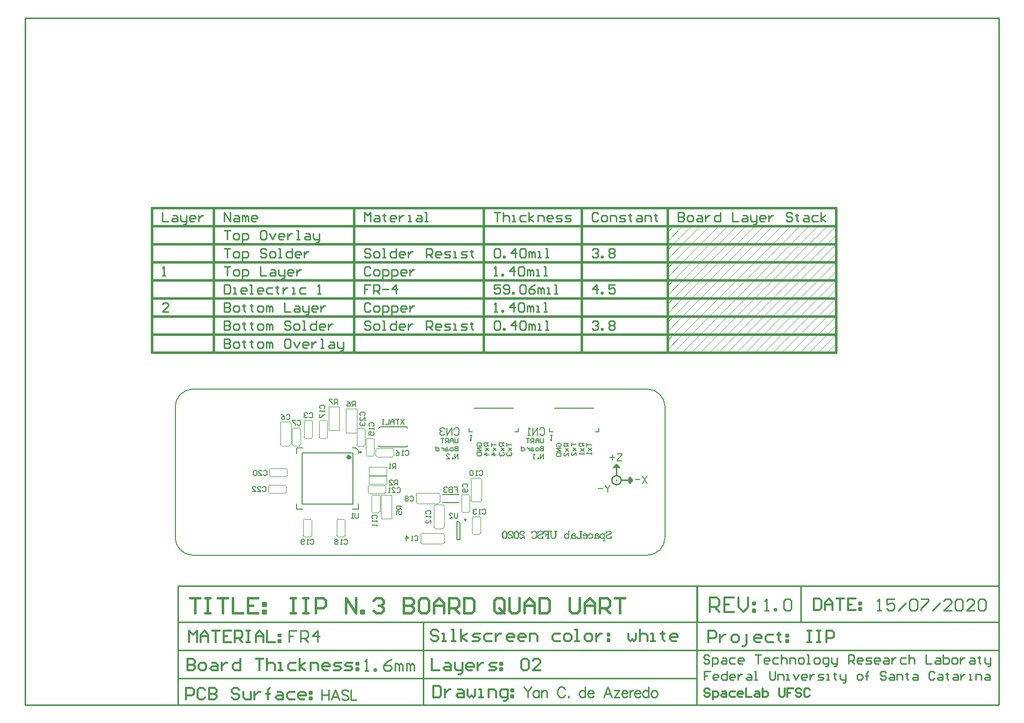
<source format=gbo>
G04*
G04 #@! TF.GenerationSoftware,Altium Limited,Altium Designer,20.2.6 (244)*
G04*
G04 Layer_Color=32896*
%FSLAX25Y25*%
%MOIN*%
G70*
G04*
G04 #@! TF.SameCoordinates,3A923CF8-0E80-4BF5-A473-74316D4CB4A5*
G04*
G04*
G04 #@! TF.FilePolarity,Positive*
G04*
G01*
G75*
%ADD10C,0.00787*%
%ADD11C,0.00472*%
%ADD12C,0.01000*%
%ADD13C,0.00500*%
%ADD16C,0.00591*%
%ADD17C,0.01500*%
%ADD18C,0.00100*%
%ADD19C,0.01378*%
%ADD20C,0.01575*%
%ADD21C,0.01299*%
%ADD57C,0.00984*%
%ADD58C,0.02362*%
%ADD59C,0.00602*%
G36*
X300590Y51772D02*
X302559Y49803D01*
X300590Y47835D01*
Y51772D01*
D02*
G37*
G36*
X290650Y57776D02*
X292618Y59744D01*
X294587Y57776D01*
X290650D01*
D02*
G37*
D10*
X134941Y72736D02*
X135925Y71752D01*
X153248D01*
X154232Y72736D01*
X134941Y84153D02*
X135925Y85138D01*
X153248D01*
X154232Y84153D01*
X186713Y10224D02*
X188681D01*
X186713D02*
Y22429D01*
X187328D01*
X188681Y21076D01*
Y10224D02*
Y21076D01*
X225319Y81988D02*
X227658D01*
Y84106D01*
X194980Y81988D02*
Y84106D01*
Y81988D02*
X197319D01*
X198327Y97736D02*
X224327D01*
X117913Y33972D02*
Y67830D01*
X84055Y33972D02*
Y67830D01*
X117913D01*
X84055Y33972D02*
X117913D01*
X119488Y71373D02*
X121456Y69405D01*
Y67436D02*
Y69405D01*
X117519Y71373D02*
X119488D01*
X80512Y67437D02*
Y71374D01*
X80511Y71373D02*
X80512Y71374D01*
X80511Y71373D02*
X84449D01*
X80510Y30428D02*
X84449D01*
X80510D02*
X80512Y30426D01*
Y34365D01*
X117520Y30428D02*
X121455D01*
X121457Y30430D01*
Y34365D01*
X278567Y81988D02*
X280906D01*
Y84106D01*
X248228Y81988D02*
Y84106D01*
Y81988D02*
X250567D01*
X251575Y97736D02*
X277575D01*
X286216Y15170D02*
X285991Y15845D01*
Y14496D01*
X286216Y15170D01*
X286666Y15620D01*
X287341Y15845D01*
X288016D01*
X288690Y15620D01*
X289140Y15170D01*
Y14720D01*
X288915Y14271D01*
X288690Y14046D01*
X288241Y13821D01*
X286891Y13371D01*
X286441Y13146D01*
X285991Y12696D01*
X289140Y14720D02*
X288690Y14271D01*
X288241Y14046D01*
X286891Y13596D01*
X286441Y13371D01*
X286216Y13146D01*
X285991Y12696D01*
Y11796D01*
X286441Y11347D01*
X287116Y11122D01*
X287791D01*
X288465Y11347D01*
X288915Y11796D01*
X289140Y12471D01*
Y11122D01*
X288915Y11796D01*
X284619Y14271D02*
Y9547D01*
X284394Y14271D02*
Y9547D01*
Y13596D02*
X283945Y14046D01*
X283495Y14271D01*
X283045D01*
X282370Y14046D01*
X281920Y13596D01*
X281695Y12921D01*
Y12471D01*
X281920Y11796D01*
X282370Y11347D01*
X283045Y11122D01*
X283495D01*
X283945Y11347D01*
X284394Y11796D01*
X283045Y14271D02*
X282595Y14046D01*
X282145Y13596D01*
X281920Y12921D01*
Y12471D01*
X282145Y11796D01*
X282595Y11347D01*
X283045Y11122D01*
X285294Y14271D02*
X284394D01*
X285294Y9547D02*
X283719D01*
X280593Y13821D02*
Y13596D01*
X280818D01*
Y13821D01*
X280593Y14046D01*
X280143Y14271D01*
X279244D01*
X278794Y14046D01*
X278569Y13821D01*
X278344Y13371D01*
Y11796D01*
X278119Y11347D01*
X277894Y11122D01*
X278569Y13821D02*
Y11796D01*
X278344Y11347D01*
X277894Y11122D01*
X277669D01*
X278569Y13371D02*
X278794Y13146D01*
X280143Y12921D01*
X280818Y12696D01*
X281043Y12246D01*
Y11796D01*
X280818Y11347D01*
X280143Y11122D01*
X279468D01*
X279019Y11347D01*
X278569Y11796D01*
X280143Y12921D02*
X280593Y12696D01*
X280818Y12246D01*
Y11796D01*
X280593Y11347D01*
X280143Y11122D01*
X274295Y13596D02*
X274520Y13371D01*
X274295Y13146D01*
X274070Y13371D01*
Y13596D01*
X274520Y14046D01*
X274970Y14271D01*
X275645D01*
X276320Y14046D01*
X276769Y13596D01*
X276994Y12921D01*
Y12471D01*
X276769Y11796D01*
X276320Y11347D01*
X275645Y11122D01*
X275195D01*
X274520Y11347D01*
X274070Y11796D01*
X275645Y14271D02*
X276095Y14046D01*
X276544Y13596D01*
X276769Y12921D01*
Y12471D01*
X276544Y11796D01*
X276095Y11347D01*
X275645Y11122D01*
X273126Y12921D02*
X270427D01*
Y13371D01*
X270652Y13821D01*
X270876Y14046D01*
X271326Y14271D01*
X272001D01*
X272676Y14046D01*
X273126Y13596D01*
X273351Y12921D01*
Y12471D01*
X273126Y11796D01*
X272676Y11347D01*
X272001Y11122D01*
X271551D01*
X270876Y11347D01*
X270427Y11796D01*
X270652Y12921D02*
Y13596D01*
X270876Y14046D01*
X272001Y14271D02*
X272451Y14046D01*
X272901Y13596D01*
X273126Y12921D01*
Y12471D01*
X272901Y11796D01*
X272451Y11347D01*
X272001Y11122D01*
X269032Y15845D02*
Y11122D01*
X268807Y15845D02*
Y11122D01*
X269707Y15845D02*
X268132D01*
X269707Y11122D02*
X266333D01*
Y12471D01*
X266558Y11122D01*
X265208Y13821D02*
Y13596D01*
X265433D01*
Y13821D01*
X265208Y14046D01*
X264758Y14271D01*
X263859D01*
X263409Y14046D01*
X263184Y13821D01*
X262959Y13371D01*
Y11796D01*
X262734Y11347D01*
X262509Y11122D01*
X263184Y13821D02*
Y11796D01*
X262959Y11347D01*
X262509Y11122D01*
X262284D01*
X263184Y13371D02*
X263409Y13146D01*
X264758Y12921D01*
X265433Y12696D01*
X265658Y12246D01*
Y11796D01*
X265433Y11347D01*
X264758Y11122D01*
X264084D01*
X263634Y11347D01*
X263184Y11796D01*
X264758Y12921D02*
X265208Y12696D01*
X265433Y12246D01*
Y11796D01*
X265208Y11347D01*
X264758Y11122D01*
X260935Y15845D02*
Y11122D01*
X260710Y15845D02*
Y11122D01*
Y13596D02*
X260260Y14046D01*
X259810Y14271D01*
X259360D01*
X258685Y14046D01*
X258236Y13596D01*
X258011Y12921D01*
Y12471D01*
X258236Y11796D01*
X258685Y11347D01*
X259360Y11122D01*
X259810D01*
X260260Y11347D01*
X260710Y11796D01*
X259360Y14271D02*
X258910Y14046D01*
X258461Y13596D01*
X258236Y12921D01*
Y12471D01*
X258461Y11796D01*
X258910Y11347D01*
X259360Y11122D01*
X261610Y15845D02*
X260710D01*
X252433D02*
Y12471D01*
X252208Y11796D01*
X251758Y11347D01*
X251083Y11122D01*
X250633D01*
X249958Y11347D01*
X249509Y11796D01*
X249284Y12471D01*
Y15845D01*
X252208D02*
Y12471D01*
X251983Y11796D01*
X251533Y11347D01*
X251083Y11122D01*
X253107Y15845D02*
X251533D01*
X249958D02*
X248609D01*
X247372D02*
Y11122D01*
X247147Y15845D02*
Y11122D01*
X245797Y14496D02*
Y12696D01*
X248047Y15845D02*
X244448D01*
Y14496D01*
X244673Y15845D01*
X247147Y13596D02*
X245797D01*
X248047Y11122D02*
X246472D01*
X240872Y15170D02*
X240647Y15845D01*
Y14496D01*
X240872Y15170D01*
X241321Y15620D01*
X241996Y15845D01*
X242671D01*
X243346Y15620D01*
X243796Y15170D01*
Y14720D01*
X243571Y14271D01*
X243346Y14046D01*
X242896Y13821D01*
X241546Y13371D01*
X241096Y13146D01*
X240647Y12696D01*
X243796Y14720D02*
X243346Y14271D01*
X242896Y14046D01*
X241546Y13596D01*
X241096Y13371D01*
X240872Y13146D01*
X240647Y12696D01*
Y11796D01*
X241096Y11347D01*
X241771Y11122D01*
X242446D01*
X243121Y11347D01*
X243571Y11796D01*
X243796Y12471D01*
Y11122D01*
X243571Y11796D01*
X236800Y15170D02*
X236576Y14496D01*
Y15845D01*
X236800Y15170D01*
X237250Y15620D01*
X237925Y15845D01*
X238375D01*
X239050Y15620D01*
X239499Y15170D01*
X239724Y14720D01*
X239949Y14046D01*
Y12921D01*
X239724Y12246D01*
X239499Y11796D01*
X239050Y11347D01*
X238375Y11122D01*
X237925D01*
X237250Y11347D01*
X236800Y11796D01*
X236576Y12246D01*
X238375Y15845D02*
X238825Y15620D01*
X239275Y15170D01*
X239499Y14720D01*
X239724Y14046D01*
Y12921D01*
X239499Y12246D01*
X239275Y11796D01*
X238825Y11347D01*
X238375Y11122D01*
X231425Y14945D02*
X231200Y14720D01*
X231425Y14496D01*
X231650Y14720D01*
Y14945D01*
X231425Y15395D01*
X231200Y15620D01*
X230525Y15845D01*
X229625D01*
X228951Y15620D01*
X228726Y15395D01*
X228501Y14945D01*
Y14496D01*
X228726Y14046D01*
X229400Y13596D01*
X230525Y13146D01*
X230975Y12921D01*
X231425Y12471D01*
X231650Y11796D01*
Y11122D01*
X229625Y15845D02*
X229175Y15620D01*
X228951Y15395D01*
X228726Y14945D01*
Y14496D01*
X228951Y14046D01*
X229625Y13596D01*
X230525Y13146D01*
X231650Y11572D02*
X231425Y11796D01*
X230975D01*
X229850Y11347D01*
X229175D01*
X228726Y11572D01*
X228501Y11796D01*
Y12246D01*
X230975Y11796D02*
X229850Y11122D01*
X228951D01*
X228726Y11347D01*
X228501Y11796D01*
X226454Y15845D02*
X227129Y15620D01*
X227579Y14945D01*
X227803Y13821D01*
Y13146D01*
X227579Y12021D01*
X227129Y11347D01*
X226454Y11122D01*
X226004D01*
X225329Y11347D01*
X224880Y12021D01*
X224655Y13146D01*
Y13821D01*
X224880Y14945D01*
X225329Y15620D01*
X226004Y15845D01*
X226454D01*
X226904Y15620D01*
X227129Y15395D01*
X227354Y14945D01*
X227579Y13821D01*
Y13146D01*
X227354Y12021D01*
X227129Y11572D01*
X226904Y11347D01*
X226454Y11122D01*
X226004D02*
X225554Y11347D01*
X225329Y11572D01*
X225104Y12021D01*
X224880Y13146D01*
Y13821D01*
X225104Y14945D01*
X225329Y15395D01*
X225554Y15620D01*
X226004Y15845D01*
X223732Y14945D02*
X223507Y14720D01*
X223732Y14496D01*
X223957Y14720D01*
Y14945D01*
X223732Y15395D01*
X223507Y15620D01*
X222833Y15845D01*
X221933D01*
X221258Y15620D01*
X221033Y15395D01*
X220808Y14945D01*
Y14496D01*
X221033Y14046D01*
X221708Y13596D01*
X222833Y13146D01*
X223283Y12921D01*
X223732Y12471D01*
X223957Y11796D01*
Y11122D01*
X221933Y15845D02*
X221483Y15620D01*
X221258Y15395D01*
X221033Y14945D01*
Y14496D01*
X221258Y14046D01*
X221933Y13596D01*
X222833Y13146D01*
X223957Y11572D02*
X223732Y11796D01*
X223283D01*
X222158Y11347D01*
X221483D01*
X221033Y11572D01*
X220808Y11796D01*
Y12246D01*
X223283Y11796D02*
X222158Y11122D01*
X221258D01*
X221033Y11347D01*
X220808Y11796D01*
X218761Y15845D02*
X219436Y15620D01*
X219886Y14945D01*
X220111Y13821D01*
Y13146D01*
X219886Y12021D01*
X219436Y11347D01*
X218761Y11122D01*
X218312D01*
X217637Y11347D01*
X217187Y12021D01*
X216962Y13146D01*
Y13821D01*
X217187Y14945D01*
X217637Y15620D01*
X218312Y15845D01*
X218761D01*
X219211Y15620D01*
X219436Y15395D01*
X219661Y14945D01*
X219886Y13821D01*
Y13146D01*
X219661Y12021D01*
X219436Y11572D01*
X219211Y11347D01*
X218761Y11122D01*
X218312D02*
X217862Y11347D01*
X217637Y11572D01*
X217412Y12021D01*
X217187Y13146D01*
Y13821D01*
X217412Y14945D01*
X217637Y15395D01*
X217862Y15620D01*
X218312Y15845D01*
X195472Y79724D02*
X196784D01*
X196128D01*
Y75789D01*
X195472Y76445D01*
X248721Y79724D02*
X250032D01*
X249376D01*
Y75789D01*
X248721Y76445D01*
X280454Y44192D02*
X283603D01*
X285177Y46554D02*
Y45766D01*
X286751Y44192D01*
X288326Y45766D01*
Y46554D01*
X286751Y44192D02*
Y41831D01*
X305061Y50098D02*
X308209D01*
X309783Y52459D02*
X312932Y47736D01*
Y52459D02*
X309783Y47736D01*
X288328Y64862D02*
X291477D01*
X289902Y66436D02*
Y63287D01*
X293051Y67223D02*
X296200D01*
Y66436D01*
X293051Y63287D01*
Y62500D01*
X296200D01*
X184997Y83660D02*
X185784Y84447D01*
X187358D01*
X188146Y83660D01*
Y80512D01*
X187358Y79724D01*
X185784D01*
X184997Y80512D01*
X183423Y79724D02*
Y84447D01*
X180274Y79724D01*
Y84447D01*
X178700Y83660D02*
X177913Y84447D01*
X176339D01*
X175551Y83660D01*
Y82873D01*
X176339Y82086D01*
X177126D01*
X176339D01*
X175551Y81299D01*
Y80512D01*
X176339Y79724D01*
X177913D01*
X178700Y80512D01*
X241733Y83660D02*
X242520Y84447D01*
X244095D01*
X244882Y83660D01*
Y80512D01*
X244095Y79724D01*
X242520D01*
X241733Y80512D01*
X240159Y79724D02*
Y84447D01*
X237010Y79724D01*
Y84447D01*
X235436Y79724D02*
X233862D01*
X234649D01*
Y84447D01*
X235436Y83660D01*
X11793Y110236D02*
G03*
X0Y98443I0J-11793D01*
G01*
Y11663D02*
G03*
X11663Y0I11663J0D01*
G01*
X313050D02*
G03*
X324803Y11754I0J11754D01*
G01*
Y98418D02*
G03*
X312985Y110236I-11818J0D01*
G01*
X0Y92520D02*
Y98443D01*
X11793Y110236D02*
X12696D01*
X0Y25591D02*
Y92520D01*
Y11663D02*
Y25591D01*
X11663Y0D02*
X313050D01*
X324803Y11754D02*
Y98418D01*
X12696Y110236D02*
X312985D01*
D11*
X178445Y13374D02*
G03*
X177264Y14555I-1181J0D01*
G01*
Y7468D02*
G03*
X178445Y8650I0J1181D01*
G01*
X162697D02*
G03*
X163878Y7468I1181J0D01*
G01*
Y14555D02*
G03*
X162697Y13374I0J-1181D01*
G01*
X120374Y73173D02*
G03*
X121161Y72386I787J0D01*
G01*
X125886Y83410D02*
G03*
X125098Y84197I-787J0D01*
G01*
X121161D02*
G03*
X120374Y83410I0J-787D01*
G01*
X125098Y72386D02*
G03*
X125886Y73173I0J787D01*
G01*
X85433Y78460D02*
G03*
X86221Y77672I787J0D01*
G01*
X90945Y88696D02*
G03*
X90158Y89483I-787J0D01*
G01*
X86221D02*
G03*
X85433Y88696I0J-787D01*
G01*
X90158Y77672D02*
G03*
X90945Y78460I0J787D01*
G01*
X76772Y87230D02*
G03*
X75590Y88411I-1181J0D01*
G01*
X70866D02*
G03*
X69685Y87230I0J-1181D01*
G01*
Y73844D02*
G03*
X70866Y72663I1181J0D01*
G01*
X75590D02*
G03*
X76772Y73844I0J1181D01*
G01*
X77658Y73451D02*
G03*
X78445Y72663I787J0D01*
G01*
X83169Y83687D02*
G03*
X82382Y84474I-787J0D01*
G01*
X78445D02*
G03*
X77658Y83687I0J-787D01*
G01*
X82382Y72663D02*
G03*
X83169Y73451I0J787D01*
G01*
X160925Y41311D02*
G03*
X159744Y40130I0J-1181D01*
G01*
Y35405D02*
G03*
X160925Y34224I1181J0D01*
G01*
X174311D02*
G03*
X175492Y35405I0J1181D01*
G01*
Y40130D02*
G03*
X174311Y41311I-1181J0D01*
G01*
X190551Y40228D02*
G03*
X189764Y39441I0J-787D01*
G01*
X194488Y28417D02*
G03*
X195276Y29205I0J787D01*
G01*
X189764D02*
G03*
X190551Y28417I787J0D01*
G01*
X195276Y39441D02*
G03*
X194488Y40228I-787J0D01*
G01*
X203150Y49972D02*
G03*
X201969Y51154I-1181J0D01*
G01*
X197244D02*
G03*
X196063Y49972I0J-1181D01*
G01*
Y36587D02*
G03*
X197244Y35405I1181J0D01*
G01*
X201969D02*
G03*
X203150Y36587I0J1181D01*
G01*
X135728Y39222D02*
G03*
X134941Y40009I-787J0D01*
G01*
X130217Y28986D02*
G03*
X131004Y28198I787J0D01*
G01*
X134941D02*
G03*
X135728Y28986I0J787D01*
G01*
X131004Y40009D02*
G03*
X130217Y39222I0J-787D01*
G01*
X177264Y17686D02*
G03*
X178445Y18868I0J1181D01*
G01*
X171358D02*
G03*
X172539Y17686I1181J0D01*
G01*
Y33435D02*
G03*
X171358Y32253I0J-1181D01*
G01*
X178445D02*
G03*
X177264Y33435I-1181J0D01*
G01*
X202362Y24945D02*
G03*
X201575Y25732I-787J0D01*
G01*
X196850Y14709D02*
G03*
X197638Y13921I787J0D01*
G01*
X201575D02*
G03*
X202362Y14709I0J787D01*
G01*
X197638Y25732D02*
G03*
X196850Y24945I0J-787D01*
G01*
X131201Y65748D02*
G03*
X131988Y66535I0J787D01*
G01*
X127264Y77559D02*
G03*
X126476Y76772I0J-787D01*
G01*
X131988D02*
G03*
X131201Y77559I-787J0D01*
G01*
X126476Y66535D02*
G03*
X127264Y65748I787J0D01*
G01*
X132972Y66185D02*
G03*
X133760Y65398I787J0D01*
G01*
X144783Y70122D02*
G03*
X143996Y70910I-787J0D01*
G01*
Y65398D02*
G03*
X144783Y66185I0J787D01*
G01*
X133760Y70910D02*
G03*
X132972Y70122I0J-787D01*
G01*
X100098Y77672D02*
G03*
X100886Y78460I0J787D01*
G01*
X96161Y89483D02*
G03*
X95374Y88696I0J-787D01*
G01*
X100886D02*
G03*
X100098Y89483I-787J0D01*
G01*
X95374Y78460D02*
G03*
X96161Y77672I787J0D01*
G01*
X112598Y23264D02*
G03*
X111811Y24051I-787J0D01*
G01*
X107087Y13028D02*
G03*
X107874Y12240I787J0D01*
G01*
X111811D02*
G03*
X112598Y13028I0J787D01*
G01*
X107874Y24051D02*
G03*
X107087Y23264I0J-787D01*
G01*
X90508Y23248D02*
G03*
X89720Y24036I-787J0D01*
G01*
X84996Y13012D02*
G03*
X85783Y12225I787J0D01*
G01*
X89720D02*
G03*
X90508Y13012I0J787D01*
G01*
X85783Y24036D02*
G03*
X84996Y23248I0J-787D01*
G01*
X73465Y52082D02*
G03*
X74252Y52869I0J787D01*
G01*
X63228Y57594D02*
G03*
X62441Y56806I0J-787D01*
G01*
Y52869D02*
G03*
X63228Y52082I787J0D01*
G01*
X74252Y56806D02*
G03*
X73465Y57594I-787J0D01*
G01*
X127756Y41634D02*
G03*
X128543Y40846I787J0D01*
G01*
X139567Y45571D02*
G03*
X138779Y46358I-787J0D01*
G01*
Y40846D02*
G03*
X139567Y41634I0J787D01*
G01*
X128543Y46358D02*
G03*
X127756Y45571I0J-787D01*
G01*
X72835Y41157D02*
G03*
X73622Y41944I0J787D01*
G01*
X62598Y46668D02*
G03*
X61811Y45881I0J-787D01*
G01*
Y41944D02*
G03*
X62598Y41157I787J0D01*
G01*
X73622Y45881D02*
G03*
X72835Y46668I-787J0D01*
G01*
X101772Y82764D02*
X108858D01*
X101772D02*
Y98512D01*
X108858D01*
Y82764D02*
Y98512D01*
X140240Y47146D02*
Y52658D01*
X128429Y47146D02*
X140240D01*
X128429D02*
Y52658D01*
X140240D01*
X163878Y14555D02*
X177264D01*
X162697Y8650D02*
Y13374D01*
X163878Y7468D02*
X177264D01*
X178445Y8650D02*
Y13374D01*
X125886Y73173D02*
Y83410D01*
X121161Y84197D02*
X125098D01*
X120374Y73173D02*
Y83410D01*
X121161Y72386D02*
X125098D01*
X90945Y78460D02*
Y88696D01*
X86221Y89483D02*
X90158D01*
X85433Y78460D02*
Y88696D01*
X86221Y77672D02*
X90158D01*
X70866Y72663D02*
X75590D01*
X69685Y73844D02*
Y87230D01*
X70866Y88411D02*
X75590D01*
X76772Y73844D02*
Y87230D01*
X83169Y73451D02*
Y83687D01*
X78445Y84474D02*
X82382D01*
X77658Y73451D02*
Y83687D01*
X78445Y72663D02*
X82382D01*
X175492Y35405D02*
Y40130D01*
X160925Y34224D02*
X174311D01*
X159744Y35405D02*
Y40130D01*
X160925Y41311D02*
X174311D01*
X190551Y40228D02*
X194488D01*
X195276Y29205D02*
Y39441D01*
X190551Y28417D02*
X194488D01*
X189764Y29205D02*
Y39441D01*
X197244Y35405D02*
X201969D01*
X196063Y36587D02*
Y49972D01*
X197244Y51154D02*
X201969D01*
X203150Y36587D02*
Y49972D01*
X130217Y28986D02*
Y39222D01*
X131004Y28198D02*
X134941D01*
X135728Y28986D02*
Y39222D01*
X131004Y40009D02*
X134941D01*
X178445Y18868D02*
Y32253D01*
X172539Y33435D02*
X177264D01*
X171358Y18868D02*
Y32253D01*
X172539Y17686D02*
X177264D01*
X196850Y14709D02*
Y24945D01*
X197638Y13921D02*
X201575D01*
X202362Y14709D02*
Y24945D01*
X197638Y25732D02*
X201575D01*
X127264Y65748D02*
X131201D01*
X126476Y66535D02*
Y76772D01*
X127264Y77559D02*
X131201D01*
X131988Y66535D02*
Y76772D01*
X132972Y66185D02*
Y70122D01*
X133760Y70910D02*
X143996D01*
X144783Y66185D02*
Y70122D01*
X133760Y65398D02*
X143996D01*
X96161Y77672D02*
X100098D01*
X95374Y78460D02*
Y88696D01*
X96161Y89483D02*
X100098D01*
X100886Y78460D02*
Y88696D01*
X107087Y13028D02*
Y23264D01*
X107874Y12240D02*
X111811D01*
X112598Y13028D02*
Y23264D01*
X107874Y24051D02*
X111811D01*
X84996Y13012D02*
Y23248D01*
X85783Y12225D02*
X89720D01*
X90508Y13012D02*
Y23248D01*
X85783Y24036D02*
X89720D01*
X63228Y57594D02*
X73465D01*
X62441Y52869D02*
Y56806D01*
X63228Y52082D02*
X73465D01*
X74252Y52869D02*
Y56806D01*
X127756Y41634D02*
Y45571D01*
X128543Y46358D02*
X138779D01*
X139567Y41634D02*
Y45571D01*
X128543Y40846D02*
X138779D01*
X62598Y46668D02*
X72835D01*
X61811Y41944D02*
Y45881D01*
X62598Y41157D02*
X72835D01*
X73622Y41944D02*
Y45881D01*
X140240Y53051D02*
Y58563D01*
X128429Y53051D02*
X140240D01*
X128429D02*
Y58563D01*
X140240D01*
X136516Y24240D02*
X143602D01*
X136516D02*
Y39988D01*
X143602D01*
Y24240D02*
Y39988D01*
X113287Y97091D02*
X120374D01*
Y81343D02*
Y97091D01*
X113287Y81343D02*
X120374D01*
X113287D02*
Y97091D01*
D12*
X292757Y49803D02*
G03*
X292757Y49803I-139J0D01*
G01*
X295709D02*
G03*
X295709Y49803I-3091J0D01*
G01*
X292618Y52894D02*
Y60236D01*
X295709Y49803D02*
X303051D01*
X292618Y60236D02*
X294587Y58268D01*
X290650Y58268D02*
X292618Y60236D01*
X301083Y51772D02*
X303051Y49803D01*
X301083Y47835D02*
X303051Y49803D01*
X-99500Y-99500D02*
X546169D01*
X1681D02*
Y-20319D01*
X164613Y-99205D02*
Y-44277D01*
X1976Y-81777D02*
X345579Y-81777D01*
X345863Y-99106D02*
Y-20515D01*
X1976Y-63027D02*
X545863Y-63027D01*
X2173Y-44277D02*
X545440Y-44277D01*
X1681Y-20319D02*
X545863D01*
X-99500Y356552D02*
X546169D01*
X-99500Y-99500D02*
Y356552D01*
X546169Y-99146D02*
Y356552D01*
X346071Y-43941D02*
Y-20319D01*
X414859Y-43883D02*
Y-20268D01*
X97154Y-89441D02*
Y-96252D01*
X101694Y-89441D02*
Y-96252D01*
X97154Y-92684D02*
X101694D01*
X108765Y-96252D02*
X106170Y-89441D01*
X103575Y-96252D01*
X104548Y-93982D02*
X107792D01*
X114895Y-90414D02*
X114246Y-89765D01*
X113273Y-89441D01*
X111976D01*
X111003Y-89765D01*
X110354Y-90414D01*
Y-91063D01*
X110678Y-91711D01*
X111003Y-92036D01*
X111651Y-92360D01*
X113597Y-93009D01*
X114246Y-93333D01*
X114570Y-93657D01*
X114895Y-94306D01*
Y-95279D01*
X114246Y-95928D01*
X113273Y-96252D01*
X111976D01*
X111003Y-95928D01*
X110354Y-95279D01*
X116419Y-89441D02*
Y-96252D01*
X120311D01*
X231110Y-87472D02*
X233705Y-90716D01*
Y-94283D01*
X236300Y-87472D02*
X233705Y-90716D01*
X241067Y-89743D02*
Y-94283D01*
Y-90716D02*
X240419Y-90067D01*
X239770Y-89743D01*
X238797D01*
X238148Y-90067D01*
X237500Y-90716D01*
X237175Y-91689D01*
Y-92338D01*
X237500Y-93310D01*
X238148Y-93959D01*
X238797Y-94283D01*
X239770D01*
X240419Y-93959D01*
X241067Y-93310D01*
X242884Y-89743D02*
Y-94283D01*
Y-91040D02*
X243857Y-90067D01*
X244505Y-89743D01*
X245478D01*
X246127Y-90067D01*
X246451Y-91040D01*
Y-94283D01*
X258452Y-89094D02*
X258127Y-88445D01*
X257479Y-87797D01*
X256830Y-87472D01*
X255533D01*
X254884Y-87797D01*
X254235Y-88445D01*
X253911Y-89094D01*
X253587Y-90067D01*
Y-91689D01*
X253911Y-92662D01*
X254235Y-93310D01*
X254884Y-93959D01*
X255533Y-94283D01*
X256830D01*
X257479Y-93959D01*
X258127Y-93310D01*
X258452Y-92662D01*
X260690Y-93635D02*
X260365Y-93959D01*
X260690Y-94283D01*
X261014Y-93959D01*
X260690Y-93635D01*
X271749Y-87472D02*
Y-94283D01*
Y-90716D02*
X271101Y-90067D01*
X270452Y-89743D01*
X269479D01*
X268830Y-90067D01*
X268182Y-90716D01*
X267857Y-91689D01*
Y-92338D01*
X268182Y-93310D01*
X268830Y-93959D01*
X269479Y-94283D01*
X270452D01*
X271101Y-93959D01*
X271749Y-93310D01*
X273566Y-91689D02*
X277458D01*
Y-91040D01*
X277133Y-90391D01*
X276809Y-90067D01*
X276160Y-89743D01*
X275187D01*
X274539Y-90067D01*
X273890Y-90716D01*
X273566Y-91689D01*
Y-92338D01*
X273890Y-93310D01*
X274539Y-93959D01*
X275187Y-94283D01*
X276160D01*
X276809Y-93959D01*
X277458Y-93310D01*
X289458Y-94283D02*
X286863Y-87472D01*
X284269Y-94283D01*
X285242Y-92013D02*
X288485D01*
X294615Y-89743D02*
X291047Y-94283D01*
Y-89743D02*
X294615D01*
X291047Y-94283D02*
X294615D01*
X296042Y-91689D02*
X299934D01*
Y-91040D01*
X299610Y-90391D01*
X299286Y-90067D01*
X298637Y-89743D01*
X297664D01*
X297015Y-90067D01*
X296367Y-90716D01*
X296042Y-91689D01*
Y-92338D01*
X296367Y-93310D01*
X297015Y-93959D01*
X297664Y-94283D01*
X298637D01*
X299286Y-93959D01*
X299934Y-93310D01*
X301394Y-89743D02*
Y-94283D01*
Y-91689D02*
X301718Y-90716D01*
X302367Y-90067D01*
X303015Y-89743D01*
X303988D01*
X304605Y-91689D02*
X308497D01*
Y-91040D01*
X308172Y-90391D01*
X307848Y-90067D01*
X307199Y-89743D01*
X306226D01*
X305578Y-90067D01*
X304929Y-90716D01*
X304605Y-91689D01*
Y-92338D01*
X304929Y-93310D01*
X305578Y-93959D01*
X306226Y-94283D01*
X307199D01*
X307848Y-93959D01*
X308497Y-93310D01*
X313848Y-87472D02*
Y-94283D01*
Y-90716D02*
X313199Y-90067D01*
X312551Y-89743D01*
X311578D01*
X310929Y-90067D01*
X310280Y-90716D01*
X309956Y-91689D01*
Y-92338D01*
X310280Y-93310D01*
X310929Y-93959D01*
X311578Y-94283D01*
X312551D01*
X313199Y-93959D01*
X313848Y-93310D01*
X317286Y-89743D02*
X316637Y-90067D01*
X315989Y-90716D01*
X315664Y-91689D01*
Y-92338D01*
X315989Y-93310D01*
X316637Y-93959D01*
X317286Y-94283D01*
X318259D01*
X318908Y-93959D01*
X319556Y-93310D01*
X319881Y-92338D01*
Y-91689D01*
X319556Y-90716D01*
X318908Y-90067D01*
X318259Y-89743D01*
X317286D01*
X125697Y-76764D02*
X128217D01*
X126957D01*
Y-69204D01*
X125697Y-70464D01*
X131997Y-76764D02*
Y-75504D01*
X133257D01*
Y-76764D01*
X131997D01*
X143337Y-69204D02*
X140817Y-70464D01*
X138297Y-72984D01*
Y-75504D01*
X139557Y-76764D01*
X142077D01*
X143337Y-75504D01*
Y-74244D01*
X142077Y-72984D01*
X138297D01*
X145857Y-76764D02*
Y-71724D01*
X147117D01*
X148377Y-72984D01*
Y-76764D01*
Y-72984D01*
X149637Y-71724D01*
X150897Y-72984D01*
Y-76764D01*
X153417D02*
Y-71724D01*
X154677D01*
X155937Y-72984D01*
Y-76764D01*
Y-72984D01*
X157197Y-71724D01*
X158457Y-72984D01*
Y-76764D01*
X80608Y-50103D02*
X75568D01*
Y-53883D01*
X78088D01*
X75568D01*
Y-57663D01*
X83128D02*
Y-50103D01*
X86908D01*
X88168Y-51363D01*
Y-53883D01*
X86908Y-55143D01*
X83128D01*
X85648D02*
X88168Y-57663D01*
X94468D02*
Y-50103D01*
X90688Y-53883D01*
X95728D01*
X390953Y-36705D02*
X393473D01*
X392213D01*
Y-29145D01*
X390953Y-30405D01*
X397253Y-36705D02*
Y-35445D01*
X398513D01*
Y-36705D01*
X397253D01*
X403553Y-30405D02*
X404813Y-29145D01*
X407333D01*
X408593Y-30405D01*
Y-35445D01*
X407333Y-36705D01*
X404813D01*
X403553Y-35445D01*
Y-30405D01*
X465559Y-36705D02*
X468079D01*
X466819D01*
Y-29145D01*
X465559Y-30405D01*
X476899Y-29145D02*
X471859D01*
Y-32925D01*
X474379Y-31665D01*
X475639D01*
X476899Y-32925D01*
Y-35445D01*
X475639Y-36705D01*
X473119D01*
X471859Y-35445D01*
X479419Y-36705D02*
X484459Y-31665D01*
X486979Y-30405D02*
X488239Y-29145D01*
X490759D01*
X492019Y-30405D01*
Y-35445D01*
X490759Y-36705D01*
X488239D01*
X486979Y-35445D01*
Y-30405D01*
X494539Y-29145D02*
X499579D01*
Y-30405D01*
X494539Y-35445D01*
Y-36705D01*
X502099D02*
X507139Y-31665D01*
X514699Y-36705D02*
X509659D01*
X514699Y-31665D01*
Y-30405D01*
X513439Y-29145D01*
X510919D01*
X509659Y-30405D01*
X517219D02*
X518479Y-29145D01*
X520999D01*
X522260Y-30405D01*
Y-35445D01*
X520999Y-36705D01*
X518479D01*
X517219Y-35445D01*
Y-30405D01*
X529820Y-36705D02*
X524780D01*
X529820Y-31665D01*
Y-30405D01*
X528560Y-29145D01*
X526040D01*
X524780Y-30405D01*
X532340D02*
X533600Y-29145D01*
X536120D01*
X537380Y-30405D01*
Y-35445D01*
X536120Y-36705D01*
X533600D01*
X532340Y-35445D01*
Y-30405D01*
X354206Y-67185D02*
X353255Y-66234D01*
X351353D01*
X350402Y-67185D01*
Y-68136D01*
X351353Y-69087D01*
X353255D01*
X354206Y-70039D01*
Y-70990D01*
X353255Y-71941D01*
X351353D01*
X350402Y-70990D01*
X356108Y-73843D02*
Y-68136D01*
X358962D01*
X359913Y-69087D01*
Y-70990D01*
X358962Y-71941D01*
X356108D01*
X362766Y-68136D02*
X364669D01*
X365620Y-69087D01*
Y-71941D01*
X362766D01*
X361815Y-70990D01*
X362766Y-70039D01*
X365620D01*
X371326Y-68136D02*
X368473D01*
X367522Y-69087D01*
Y-70990D01*
X368473Y-71941D01*
X371326D01*
X376082D02*
X374180D01*
X373229Y-70990D01*
Y-69087D01*
X374180Y-68136D01*
X376082D01*
X377033Y-69087D01*
Y-70039D01*
X373229D01*
X384642Y-66234D02*
X388447D01*
X386545D01*
Y-71941D01*
X393203D02*
X391300D01*
X390349Y-70990D01*
Y-69087D01*
X391300Y-68136D01*
X393203D01*
X394154Y-69087D01*
Y-70039D01*
X390349D01*
X399861Y-68136D02*
X397007D01*
X396056Y-69087D01*
Y-70990D01*
X397007Y-71941D01*
X399861D01*
X401763Y-66234D02*
Y-71941D01*
Y-69087D01*
X402714Y-68136D01*
X404616D01*
X405567Y-69087D01*
Y-71941D01*
X407470D02*
Y-68136D01*
X410323D01*
X411274Y-69087D01*
Y-71941D01*
X414128D02*
X416030D01*
X416981Y-70990D01*
Y-69087D01*
X416030Y-68136D01*
X414128D01*
X413176Y-69087D01*
Y-70990D01*
X414128Y-71941D01*
X418883D02*
X420786D01*
X419834D01*
Y-66234D01*
X418883D01*
X424590Y-71941D02*
X426492D01*
X427444Y-70990D01*
Y-69087D01*
X426492Y-68136D01*
X424590D01*
X423639Y-69087D01*
Y-70990D01*
X424590Y-71941D01*
X431248Y-73843D02*
X432199D01*
X433150Y-72892D01*
Y-68136D01*
X430297D01*
X429346Y-69087D01*
Y-70990D01*
X430297Y-71941D01*
X433150D01*
X435053Y-68136D02*
Y-70990D01*
X436004Y-71941D01*
X438857D01*
Y-72892D01*
X437906Y-73843D01*
X436955D01*
X438857Y-71941D02*
Y-68136D01*
X446466Y-71941D02*
Y-66234D01*
X449320D01*
X450271Y-67185D01*
Y-69087D01*
X449320Y-70039D01*
X446466D01*
X448369D02*
X450271Y-71941D01*
X455026D02*
X453124D01*
X452173Y-70990D01*
Y-69087D01*
X453124Y-68136D01*
X455026D01*
X455978Y-69087D01*
Y-70039D01*
X452173D01*
X457880Y-71941D02*
X460733D01*
X461684Y-70990D01*
X460733Y-70039D01*
X458831D01*
X457880Y-69087D01*
X458831Y-68136D01*
X461684D01*
X466440Y-71941D02*
X464538D01*
X463587Y-70990D01*
Y-69087D01*
X464538Y-68136D01*
X466440D01*
X467391Y-69087D01*
Y-70039D01*
X463587D01*
X470245Y-68136D02*
X472147D01*
X473098Y-69087D01*
Y-71941D01*
X470245D01*
X469293Y-70990D01*
X470245Y-70039D01*
X473098D01*
X475000Y-68136D02*
Y-71941D01*
Y-70039D01*
X475951Y-69087D01*
X476902Y-68136D01*
X477854D01*
X484512D02*
X481658D01*
X480707Y-69087D01*
Y-70990D01*
X481658Y-71941D01*
X484512D01*
X486414Y-66234D02*
Y-71941D01*
Y-69087D01*
X487365Y-68136D01*
X489267D01*
X490218Y-69087D01*
Y-71941D01*
X497827Y-66234D02*
Y-71941D01*
X501632D01*
X504486Y-68136D02*
X506388D01*
X507339Y-69087D01*
Y-71941D01*
X504486D01*
X503534Y-70990D01*
X504486Y-70039D01*
X507339D01*
X509241Y-66234D02*
Y-71941D01*
X512094D01*
X513046Y-70990D01*
Y-70039D01*
Y-69087D01*
X512094Y-68136D01*
X509241D01*
X515899Y-71941D02*
X517801D01*
X518752Y-70990D01*
Y-69087D01*
X517801Y-68136D01*
X515899D01*
X514948Y-69087D01*
Y-70990D01*
X515899Y-71941D01*
X520655Y-68136D02*
Y-71941D01*
Y-70039D01*
X521606Y-69087D01*
X522557Y-68136D01*
X523508D01*
X527313D02*
X529215D01*
X530166Y-69087D01*
Y-71941D01*
X527313D01*
X526362Y-70990D01*
X527313Y-70039D01*
X530166D01*
X533019Y-67185D02*
Y-68136D01*
X532068D01*
X533971D01*
X533019D01*
Y-70990D01*
X533971Y-71941D01*
X536824Y-68136D02*
Y-70990D01*
X537775Y-71941D01*
X540629D01*
Y-72892D01*
X539677Y-73843D01*
X538726D01*
X540629Y-71941D02*
Y-68136D01*
X354665Y-77258D02*
X350992D01*
Y-80013D01*
X352829D01*
X350992D01*
Y-82768D01*
X359257D02*
X357420D01*
X356502Y-81849D01*
Y-80013D01*
X357420Y-79094D01*
X359257D01*
X360175Y-80013D01*
Y-80931D01*
X356502D01*
X365686Y-77258D02*
Y-82768D01*
X362930D01*
X362012Y-81849D01*
Y-80013D01*
X362930Y-79094D01*
X365686D01*
X370277Y-82768D02*
X368441D01*
X367522Y-81849D01*
Y-80013D01*
X368441Y-79094D01*
X370277D01*
X371196Y-80013D01*
Y-80931D01*
X367522D01*
X373032Y-79094D02*
Y-82768D01*
Y-80931D01*
X373951Y-80013D01*
X374869Y-79094D01*
X375787D01*
X379461D02*
X381297D01*
X382216Y-80013D01*
Y-82768D01*
X379461D01*
X378542Y-81849D01*
X379461Y-80931D01*
X382216D01*
X384052Y-82768D02*
X385889D01*
X384971D01*
Y-77258D01*
X384052D01*
X394154D02*
Y-81849D01*
X395072Y-82768D01*
X396909D01*
X397827Y-81849D01*
Y-77258D01*
X399664Y-82768D02*
Y-79094D01*
X402419D01*
X403337Y-80013D01*
Y-82768D01*
X405174D02*
X407011D01*
X406092D01*
Y-79094D01*
X405174D01*
X409766D02*
X411602Y-82768D01*
X413439Y-79094D01*
X418031Y-82768D02*
X416194D01*
X415276Y-81849D01*
Y-80013D01*
X416194Y-79094D01*
X418031D01*
X418949Y-80013D01*
Y-80931D01*
X415276D01*
X420786Y-79094D02*
Y-82768D01*
Y-80931D01*
X421704Y-80013D01*
X422622Y-79094D01*
X423541D01*
X426296Y-82768D02*
X429051D01*
X429969Y-81849D01*
X429051Y-80931D01*
X427214D01*
X426296Y-80013D01*
X427214Y-79094D01*
X429969D01*
X431806Y-82768D02*
X433643D01*
X432724D01*
Y-79094D01*
X431806D01*
X437316Y-78176D02*
Y-79094D01*
X436398D01*
X438234D01*
X437316D01*
Y-81849D01*
X438234Y-82768D01*
X440989Y-79094D02*
Y-81849D01*
X441908Y-82768D01*
X444663D01*
Y-83686D01*
X443744Y-84604D01*
X442826D01*
X444663Y-82768D02*
Y-79094D01*
X452928Y-82768D02*
X454764D01*
X455683Y-81849D01*
Y-80013D01*
X454764Y-79094D01*
X452928D01*
X452009Y-80013D01*
Y-81849D01*
X452928Y-82768D01*
X458438D02*
Y-78176D01*
Y-80013D01*
X457519D01*
X459356D01*
X458438D01*
Y-78176D01*
X459356Y-77258D01*
X471294Y-78176D02*
X470376Y-77258D01*
X468539D01*
X467621Y-78176D01*
Y-79094D01*
X468539Y-80013D01*
X470376D01*
X471294Y-80931D01*
Y-81849D01*
X470376Y-82768D01*
X468539D01*
X467621Y-81849D01*
X474050Y-79094D02*
X475886D01*
X476804Y-80013D01*
Y-82768D01*
X474050D01*
X473131Y-81849D01*
X474050Y-80931D01*
X476804D01*
X478641Y-82768D02*
Y-79094D01*
X481396D01*
X482314Y-80013D01*
Y-82768D01*
X485070Y-78176D02*
Y-79094D01*
X484151D01*
X485988D01*
X485070D01*
Y-81849D01*
X485988Y-82768D01*
X489661Y-79094D02*
X491498D01*
X492416Y-80013D01*
Y-82768D01*
X489661D01*
X488743Y-81849D01*
X489661Y-80931D01*
X492416D01*
X503436Y-78176D02*
X502518Y-77258D01*
X500681D01*
X499763Y-78176D01*
Y-81849D01*
X500681Y-82768D01*
X502518D01*
X503436Y-81849D01*
X506191Y-79094D02*
X508028D01*
X508946Y-80013D01*
Y-82768D01*
X506191D01*
X505273Y-81849D01*
X506191Y-80931D01*
X508946D01*
X511701Y-78176D02*
Y-79094D01*
X510783D01*
X512620D01*
X511701D01*
Y-81849D01*
X512620Y-82768D01*
X516293Y-79094D02*
X518130D01*
X519048Y-80013D01*
Y-82768D01*
X516293D01*
X515375Y-81849D01*
X516293Y-80931D01*
X519048D01*
X520885Y-79094D02*
Y-82768D01*
Y-80931D01*
X521803Y-80013D01*
X522721Y-79094D01*
X523640D01*
X526395Y-82768D02*
X528231D01*
X527313D01*
Y-79094D01*
X526395D01*
X530986Y-82768D02*
Y-79094D01*
X533741D01*
X534660Y-80013D01*
Y-82768D01*
X537415Y-79094D02*
X539252D01*
X540170Y-80013D01*
Y-82768D01*
X537415D01*
X536496Y-81849D01*
X537415Y-80931D01*
X540170D01*
X-8560Y227667D02*
Y221669D01*
X-4561D01*
X-1562Y225668D02*
X437D01*
X1437Y224668D01*
Y221669D01*
X-1562D01*
X-2562Y222669D01*
X-1562Y223669D01*
X1437D01*
X3436Y225668D02*
Y222669D01*
X4436Y221669D01*
X7435D01*
Y220670D01*
X6435Y219670D01*
X5435D01*
X7435Y221669D02*
Y225668D01*
X12433Y221669D02*
X10434D01*
X9434Y222669D01*
Y224668D01*
X10434Y225668D01*
X12433D01*
X13433Y224668D01*
Y223669D01*
X9434D01*
X15432Y225668D02*
Y221669D01*
Y223669D01*
X16432Y224668D01*
X17431Y225668D01*
X18431D01*
X-4561Y161669D02*
X-8560D01*
X-4561Y165668D01*
Y166668D01*
X-5561Y167667D01*
X-7560D01*
X-8560Y166668D01*
Y185669D02*
X-6561D01*
X-7560D01*
Y191667D01*
X-8560Y190668D01*
X32431Y221669D02*
Y227667D01*
X36430Y221669D01*
Y227667D01*
X39429Y225668D02*
X41428D01*
X42428Y224668D01*
Y221669D01*
X39429D01*
X38429Y222669D01*
X39429Y223669D01*
X42428D01*
X44427Y221669D02*
Y225668D01*
X45427D01*
X46426Y224668D01*
Y221669D01*
Y224668D01*
X47426Y225668D01*
X48426Y224668D01*
Y221669D01*
X53424D02*
X51425D01*
X50425Y222669D01*
Y224668D01*
X51425Y225668D01*
X53424D01*
X54424Y224668D01*
Y223669D01*
X50425D01*
X32431Y143667D02*
Y137669D01*
X35430D01*
X36430Y138669D01*
Y139669D01*
X35430Y140668D01*
X32431D01*
X35430D01*
X36430Y141668D01*
Y142668D01*
X35430Y143667D01*
X32431D01*
X39429Y137669D02*
X41428D01*
X42428Y138669D01*
Y140668D01*
X41428Y141668D01*
X39429D01*
X38429Y140668D01*
Y138669D01*
X39429Y137669D01*
X45427Y142668D02*
Y141668D01*
X44427D01*
X46426D01*
X45427D01*
Y138669D01*
X46426Y137669D01*
X50425Y142668D02*
Y141668D01*
X49426D01*
X51425D01*
X50425D01*
Y138669D01*
X51425Y137669D01*
X55424D02*
X57423D01*
X58423Y138669D01*
Y140668D01*
X57423Y141668D01*
X55424D01*
X54424Y140668D01*
Y138669D01*
X55424Y137669D01*
X60422D02*
Y141668D01*
X61422D01*
X62421Y140668D01*
Y137669D01*
Y140668D01*
X63421Y141668D01*
X64421Y140668D01*
Y137669D01*
X75417Y143667D02*
X73418D01*
X72418Y142668D01*
Y138669D01*
X73418Y137669D01*
X75417D01*
X76417Y138669D01*
Y142668D01*
X75417Y143667D01*
X78416Y141668D02*
X80415Y137669D01*
X82415Y141668D01*
X87413Y137669D02*
X85414D01*
X84414Y138669D01*
Y140668D01*
X85414Y141668D01*
X87413D01*
X88413Y140668D01*
Y139669D01*
X84414D01*
X90412Y141668D02*
Y137669D01*
Y139669D01*
X91412Y140668D01*
X92412Y141668D01*
X93411D01*
X96410Y137669D02*
X98410D01*
X97410D01*
Y143667D01*
X96410D01*
X102408Y141668D02*
X104408D01*
X105407Y140668D01*
Y137669D01*
X102408D01*
X101409Y138669D01*
X102408Y139669D01*
X105407D01*
X107407Y141668D02*
Y138669D01*
X108406Y137669D01*
X111406D01*
Y136670D01*
X110406Y135670D01*
X109406D01*
X111406Y137669D02*
Y141668D01*
X32431Y155667D02*
Y149669D01*
X35430D01*
X36430Y150669D01*
Y151669D01*
X35430Y152668D01*
X32431D01*
X35430D01*
X36430Y153668D01*
Y154668D01*
X35430Y155667D01*
X32431D01*
X39429Y149669D02*
X41428D01*
X42428Y150669D01*
Y152668D01*
X41428Y153668D01*
X39429D01*
X38429Y152668D01*
Y150669D01*
X39429Y149669D01*
X45427Y154668D02*
Y153668D01*
X44427D01*
X46426D01*
X45427D01*
Y150669D01*
X46426Y149669D01*
X50425Y154668D02*
Y153668D01*
X49426D01*
X51425D01*
X50425D01*
Y150669D01*
X51425Y149669D01*
X55424D02*
X57423D01*
X58423Y150669D01*
Y152668D01*
X57423Y153668D01*
X55424D01*
X54424Y152668D01*
Y150669D01*
X55424Y149669D01*
X60422D02*
Y153668D01*
X61422D01*
X62421Y152668D01*
Y149669D01*
Y152668D01*
X63421Y153668D01*
X64421Y152668D01*
Y149669D01*
X76417Y154668D02*
X75417Y155667D01*
X73418D01*
X72418Y154668D01*
Y153668D01*
X73418Y152668D01*
X75417D01*
X76417Y151669D01*
Y150669D01*
X75417Y149669D01*
X73418D01*
X72418Y150669D01*
X79416Y149669D02*
X81415D01*
X82415Y150669D01*
Y152668D01*
X81415Y153668D01*
X79416D01*
X78416Y152668D01*
Y150669D01*
X79416Y149669D01*
X84414D02*
X86414D01*
X85414D01*
Y155667D01*
X84414D01*
X93411D02*
Y149669D01*
X90412D01*
X89413Y150669D01*
Y152668D01*
X90412Y153668D01*
X93411D01*
X98410Y149669D02*
X96410D01*
X95411Y150669D01*
Y152668D01*
X96410Y153668D01*
X98410D01*
X99409Y152668D01*
Y151669D01*
X95411D01*
X101409Y153668D02*
Y149669D01*
Y151669D01*
X102408Y152668D01*
X103408Y153668D01*
X104408D01*
X32431Y167667D02*
Y161669D01*
X35430D01*
X36430Y162669D01*
Y163669D01*
X35430Y164668D01*
X32431D01*
X35430D01*
X36430Y165668D01*
Y166668D01*
X35430Y167667D01*
X32431D01*
X39429Y161669D02*
X41428D01*
X42428Y162669D01*
Y164668D01*
X41428Y165668D01*
X39429D01*
X38429Y164668D01*
Y162669D01*
X39429Y161669D01*
X45427Y166668D02*
Y165668D01*
X44427D01*
X46426D01*
X45427D01*
Y162669D01*
X46426Y161669D01*
X50425Y166668D02*
Y165668D01*
X49426D01*
X51425D01*
X50425D01*
Y162669D01*
X51425Y161669D01*
X55424D02*
X57423D01*
X58423Y162669D01*
Y164668D01*
X57423Y165668D01*
X55424D01*
X54424Y164668D01*
Y162669D01*
X55424Y161669D01*
X60422D02*
Y165668D01*
X61422D01*
X62421Y164668D01*
Y161669D01*
Y164668D01*
X63421Y165668D01*
X64421Y164668D01*
Y161669D01*
X72418Y167667D02*
Y161669D01*
X76417D01*
X79416Y165668D02*
X81415D01*
X82415Y164668D01*
Y161669D01*
X79416D01*
X78416Y162669D01*
X79416Y163669D01*
X82415D01*
X84414Y165668D02*
Y162669D01*
X85414Y161669D01*
X88413D01*
Y160670D01*
X87413Y159670D01*
X86414D01*
X88413Y161669D02*
Y165668D01*
X93411Y161669D02*
X91412D01*
X90412Y162669D01*
Y164668D01*
X91412Y165668D01*
X93411D01*
X94411Y164668D01*
Y163669D01*
X90412D01*
X96410Y165668D02*
Y161669D01*
Y163669D01*
X97410Y164668D01*
X98410Y165668D01*
X99409D01*
X32431Y179667D02*
Y173669D01*
X35430D01*
X36430Y174669D01*
Y178668D01*
X35430Y179667D01*
X32431D01*
X38429Y173669D02*
X40429D01*
X39429D01*
Y177668D01*
X38429D01*
X46426Y173669D02*
X44427D01*
X43428Y174669D01*
Y176668D01*
X44427Y177668D01*
X46426D01*
X47426Y176668D01*
Y175669D01*
X43428D01*
X49426Y173669D02*
X51425D01*
X50425D01*
Y179667D01*
X49426D01*
X57423Y173669D02*
X55424D01*
X54424Y174669D01*
Y176668D01*
X55424Y177668D01*
X57423D01*
X58423Y176668D01*
Y175669D01*
X54424D01*
X64421Y177668D02*
X61422D01*
X60422Y176668D01*
Y174669D01*
X61422Y173669D01*
X64421D01*
X67420Y178668D02*
Y177668D01*
X66420D01*
X68419D01*
X67420D01*
Y174669D01*
X68419Y173669D01*
X71418Y177668D02*
Y173669D01*
Y175669D01*
X72418Y176668D01*
X73418Y177668D01*
X74418D01*
X77416Y173669D02*
X79416D01*
X78416D01*
Y177668D01*
X77416D01*
X86414D02*
X83415D01*
X82415Y176668D01*
Y174669D01*
X83415Y173669D01*
X86414D01*
X94411D02*
X96410D01*
X95411D01*
Y179667D01*
X94411Y178668D01*
X32431Y191667D02*
X36430D01*
X34430D01*
Y185669D01*
X39429D02*
X41428D01*
X42428Y186669D01*
Y188668D01*
X41428Y189668D01*
X39429D01*
X38429Y188668D01*
Y186669D01*
X39429Y185669D01*
X44427Y183670D02*
Y189668D01*
X47426D01*
X48426Y188668D01*
Y186669D01*
X47426Y185669D01*
X44427D01*
X56423Y191667D02*
Y185669D01*
X60422D01*
X63421Y189668D02*
X65420D01*
X66420Y188668D01*
Y185669D01*
X63421D01*
X62421Y186669D01*
X63421Y187669D01*
X66420D01*
X68419Y189668D02*
Y186669D01*
X69419Y185669D01*
X72418D01*
Y184670D01*
X71418Y183670D01*
X70419D01*
X72418Y185669D02*
Y189668D01*
X77416Y185669D02*
X75417D01*
X74418Y186669D01*
Y188668D01*
X75417Y189668D01*
X77416D01*
X78416Y188668D01*
Y187669D01*
X74418D01*
X80415Y189668D02*
Y185669D01*
Y187669D01*
X81415Y188668D01*
X82415Y189668D01*
X83415D01*
X32431Y203667D02*
X36430D01*
X34430D01*
Y197669D01*
X39429D02*
X41428D01*
X42428Y198669D01*
Y200668D01*
X41428Y201668D01*
X39429D01*
X38429Y200668D01*
Y198669D01*
X39429Y197669D01*
X44427Y195670D02*
Y201668D01*
X47426D01*
X48426Y200668D01*
Y198669D01*
X47426Y197669D01*
X44427D01*
X60422Y202668D02*
X59422Y203667D01*
X57423D01*
X56423Y202668D01*
Y201668D01*
X57423Y200668D01*
X59422D01*
X60422Y199669D01*
Y198669D01*
X59422Y197669D01*
X57423D01*
X56423Y198669D01*
X63421Y197669D02*
X65420D01*
X66420Y198669D01*
Y200668D01*
X65420Y201668D01*
X63421D01*
X62421Y200668D01*
Y198669D01*
X63421Y197669D01*
X68419D02*
X70419D01*
X69419D01*
Y203667D01*
X68419D01*
X77416D02*
Y197669D01*
X74418D01*
X73418Y198669D01*
Y200668D01*
X74418Y201668D01*
X77416D01*
X82415Y197669D02*
X80415D01*
X79416Y198669D01*
Y200668D01*
X80415Y201668D01*
X82415D01*
X83415Y200668D01*
Y199669D01*
X79416D01*
X85414Y201668D02*
Y197669D01*
Y199669D01*
X86414Y200668D01*
X87413Y201668D01*
X88413D01*
X32431Y215667D02*
X36430D01*
X34430D01*
Y209669D01*
X39429D02*
X41428D01*
X42428Y210669D01*
Y212668D01*
X41428Y213668D01*
X39429D01*
X38429Y212668D01*
Y210669D01*
X39429Y209669D01*
X44427Y207670D02*
Y213668D01*
X47426D01*
X48426Y212668D01*
Y210669D01*
X47426Y209669D01*
X44427D01*
X59422Y215667D02*
X57423D01*
X56423Y214668D01*
Y210669D01*
X57423Y209669D01*
X59422D01*
X60422Y210669D01*
Y214668D01*
X59422Y215667D01*
X62421Y213668D02*
X64421Y209669D01*
X66420Y213668D01*
X71418Y209669D02*
X69419D01*
X68419Y210669D01*
Y212668D01*
X69419Y213668D01*
X71418D01*
X72418Y212668D01*
Y211669D01*
X68419D01*
X74418Y213668D02*
Y209669D01*
Y211669D01*
X75417Y212668D01*
X76417Y213668D01*
X77416D01*
X80415Y209669D02*
X82415D01*
X81415D01*
Y215667D01*
X80415D01*
X86414Y213668D02*
X88413D01*
X89413Y212668D01*
Y209669D01*
X86414D01*
X85414Y210669D01*
X86414Y211669D01*
X89413D01*
X91412Y213668D02*
Y210669D01*
X92412Y209669D01*
X95411D01*
Y208670D01*
X94411Y207670D01*
X93411D01*
X95411Y209669D02*
Y213668D01*
X125406Y221669D02*
Y227667D01*
X127405Y225668D01*
X129404Y227667D01*
Y221669D01*
X132403Y225668D02*
X134403D01*
X135402Y224668D01*
Y221669D01*
X132403D01*
X131404Y222669D01*
X132403Y223669D01*
X135402D01*
X138401Y226668D02*
Y225668D01*
X137402D01*
X139401D01*
X138401D01*
Y222669D01*
X139401Y221669D01*
X145399D02*
X143400D01*
X142400Y222669D01*
Y224668D01*
X143400Y225668D01*
X145399D01*
X146399Y224668D01*
Y223669D01*
X142400D01*
X148398Y225668D02*
Y221669D01*
Y223669D01*
X149398Y224668D01*
X150397Y225668D01*
X151397D01*
X154396Y221669D02*
X156395D01*
X155396D01*
Y225668D01*
X154396D01*
X160394D02*
X162393D01*
X163393Y224668D01*
Y221669D01*
X160394D01*
X159395Y222669D01*
X160394Y223669D01*
X163393D01*
X165393Y221669D02*
X167392D01*
X166392D01*
Y227667D01*
X165393D01*
X129404Y154668D02*
X128404Y155667D01*
X126405D01*
X125406Y154668D01*
Y153668D01*
X126405Y152668D01*
X128404D01*
X129404Y151669D01*
Y150669D01*
X128404Y149669D01*
X126405D01*
X125406Y150669D01*
X132403Y149669D02*
X134403D01*
X135402Y150669D01*
Y152668D01*
X134403Y153668D01*
X132403D01*
X131404Y152668D01*
Y150669D01*
X132403Y149669D01*
X137402D02*
X139401D01*
X138401D01*
Y155667D01*
X137402D01*
X146399D02*
Y149669D01*
X143400D01*
X142400Y150669D01*
Y152668D01*
X143400Y153668D01*
X146399D01*
X151397Y149669D02*
X149398D01*
X148398Y150669D01*
Y152668D01*
X149398Y153668D01*
X151397D01*
X152397Y152668D01*
Y151669D01*
X148398D01*
X154396Y153668D02*
Y149669D01*
Y151669D01*
X155396Y152668D01*
X156395Y153668D01*
X157395D01*
X166392Y149669D02*
Y155667D01*
X169391D01*
X170391Y154668D01*
Y152668D01*
X169391Y151669D01*
X166392D01*
X168392D02*
X170391Y149669D01*
X175389D02*
X173390D01*
X172390Y150669D01*
Y152668D01*
X173390Y153668D01*
X175389D01*
X176389Y152668D01*
Y151669D01*
X172390D01*
X178388Y149669D02*
X181387D01*
X182387Y150669D01*
X181387Y151669D01*
X179388D01*
X178388Y152668D01*
X179388Y153668D01*
X182387D01*
X184386Y149669D02*
X186386D01*
X185386D01*
Y153668D01*
X184386D01*
X189385Y149669D02*
X192384D01*
X193384Y150669D01*
X192384Y151669D01*
X190384D01*
X189385Y152668D01*
X190384Y153668D01*
X193384D01*
X196382Y154668D02*
Y153668D01*
X195383D01*
X197382D01*
X196382D01*
Y150669D01*
X197382Y149669D01*
X129404Y166668D02*
X128404Y167667D01*
X126405D01*
X125406Y166668D01*
Y162669D01*
X126405Y161669D01*
X128404D01*
X129404Y162669D01*
X132403Y161669D02*
X134403D01*
X135402Y162669D01*
Y164668D01*
X134403Y165668D01*
X132403D01*
X131404Y164668D01*
Y162669D01*
X132403Y161669D01*
X137402Y159670D02*
Y165668D01*
X140401D01*
X141400Y164668D01*
Y162669D01*
X140401Y161669D01*
X137402D01*
X143400Y159670D02*
Y165668D01*
X146399D01*
X147398Y164668D01*
Y162669D01*
X146399Y161669D01*
X143400D01*
X152397D02*
X150397D01*
X149398Y162669D01*
Y164668D01*
X150397Y165668D01*
X152397D01*
X153396Y164668D01*
Y163669D01*
X149398D01*
X155396Y165668D02*
Y161669D01*
Y163669D01*
X156395Y164668D01*
X157395Y165668D01*
X158395D01*
X129404Y179667D02*
X125406D01*
Y176668D01*
X127405D01*
X125406D01*
Y173669D01*
X131404D02*
Y179667D01*
X134403D01*
X135402Y178668D01*
Y176668D01*
X134403Y175669D01*
X131404D01*
X133403D02*
X135402Y173669D01*
X137402Y176668D02*
X141400D01*
X146399Y173669D02*
Y179667D01*
X143400Y176668D01*
X147398D01*
X129404Y190668D02*
X128404Y191667D01*
X126405D01*
X125406Y190668D01*
Y186669D01*
X126405Y185669D01*
X128404D01*
X129404Y186669D01*
X132403Y185669D02*
X134403D01*
X135402Y186669D01*
Y188668D01*
X134403Y189668D01*
X132403D01*
X131404Y188668D01*
Y186669D01*
X132403Y185669D01*
X137402Y183670D02*
Y189668D01*
X140401D01*
X141400Y188668D01*
Y186669D01*
X140401Y185669D01*
X137402D01*
X143400Y183670D02*
Y189668D01*
X146399D01*
X147398Y188668D01*
Y186669D01*
X146399Y185669D01*
X143400D01*
X152397D02*
X150397D01*
X149398Y186669D01*
Y188668D01*
X150397Y189668D01*
X152397D01*
X153396Y188668D01*
Y187669D01*
X149398D01*
X155396Y189668D02*
Y185669D01*
Y187669D01*
X156395Y188668D01*
X157395Y189668D01*
X158395D01*
X129404Y202668D02*
X128404Y203667D01*
X126405D01*
X125406Y202668D01*
Y201668D01*
X126405Y200668D01*
X128404D01*
X129404Y199669D01*
Y198669D01*
X128404Y197669D01*
X126405D01*
X125406Y198669D01*
X132403Y197669D02*
X134403D01*
X135402Y198669D01*
Y200668D01*
X134403Y201668D01*
X132403D01*
X131404Y200668D01*
Y198669D01*
X132403Y197669D01*
X137402D02*
X139401D01*
X138401D01*
Y203667D01*
X137402D01*
X146399D02*
Y197669D01*
X143400D01*
X142400Y198669D01*
Y200668D01*
X143400Y201668D01*
X146399D01*
X151397Y197669D02*
X149398D01*
X148398Y198669D01*
Y200668D01*
X149398Y201668D01*
X151397D01*
X152397Y200668D01*
Y199669D01*
X148398D01*
X154396Y201668D02*
Y197669D01*
Y199669D01*
X155396Y200668D01*
X156395Y201668D01*
X157395D01*
X166392Y197669D02*
Y203667D01*
X169391D01*
X170391Y202668D01*
Y200668D01*
X169391Y199669D01*
X166392D01*
X168392D02*
X170391Y197669D01*
X175389D02*
X173390D01*
X172390Y198669D01*
Y200668D01*
X173390Y201668D01*
X175389D01*
X176389Y200668D01*
Y199669D01*
X172390D01*
X178388Y197669D02*
X181387D01*
X182387Y198669D01*
X181387Y199669D01*
X179388D01*
X178388Y200668D01*
X179388Y201668D01*
X182387D01*
X184386Y197669D02*
X186386D01*
X185386D01*
Y201668D01*
X184386D01*
X189385Y197669D02*
X192384D01*
X193384Y198669D01*
X192384Y199669D01*
X190384D01*
X189385Y200668D01*
X190384Y201668D01*
X193384D01*
X196382Y202668D02*
Y201668D01*
X195383D01*
X197382D01*
X196382D01*
Y198669D01*
X197382Y197669D01*
X211382Y227667D02*
X215381D01*
X213382D01*
Y221669D01*
X217380Y227667D02*
Y221669D01*
Y224668D01*
X218380Y225668D01*
X220379D01*
X221379Y224668D01*
Y221669D01*
X223378D02*
X225378D01*
X224378D01*
Y225668D01*
X223378D01*
X232375D02*
X229376D01*
X228377Y224668D01*
Y222669D01*
X229376Y221669D01*
X232375D01*
X234375D02*
Y227667D01*
Y223669D02*
X237374Y225668D01*
X234375Y223669D02*
X237374Y221669D01*
X240373D02*
Y225668D01*
X243372D01*
X244372Y224668D01*
Y221669D01*
X249370D02*
X247371D01*
X246371Y222669D01*
Y224668D01*
X247371Y225668D01*
X249370D01*
X250370Y224668D01*
Y223669D01*
X246371D01*
X252369Y221669D02*
X255368D01*
X256368Y222669D01*
X255368Y223669D01*
X253369D01*
X252369Y224668D01*
X253369Y225668D01*
X256368D01*
X258367Y221669D02*
X261366D01*
X262366Y222669D01*
X261366Y223669D01*
X259367D01*
X258367Y224668D01*
X259367Y225668D01*
X262366D01*
X211382Y154668D02*
X212382Y155667D01*
X214381D01*
X215381Y154668D01*
Y150669D01*
X214381Y149669D01*
X212382D01*
X211382Y150669D01*
Y154668D01*
X217380Y149669D02*
Y150669D01*
X218380D01*
Y149669D01*
X217380D01*
X225378D02*
Y155667D01*
X222379Y152668D01*
X226377D01*
X228377Y154668D02*
X229376Y155667D01*
X231376D01*
X232375Y154668D01*
Y150669D01*
X231376Y149669D01*
X229376D01*
X228377Y150669D01*
Y154668D01*
X234375Y149669D02*
Y153668D01*
X235374D01*
X236374Y152668D01*
Y149669D01*
Y152668D01*
X237374Y153668D01*
X238373Y152668D01*
Y149669D01*
X240373D02*
X242372D01*
X241372D01*
Y153668D01*
X240373D01*
X245371Y149669D02*
X247371D01*
X246371D01*
Y155667D01*
X245371D01*
X211382Y161669D02*
X213382D01*
X212382D01*
Y167667D01*
X211382Y166668D01*
X216381Y161669D02*
Y162669D01*
X217380D01*
Y161669D01*
X216381D01*
X224378D02*
Y167667D01*
X221379Y164668D01*
X225378D01*
X227377Y166668D02*
X228377Y167667D01*
X230376D01*
X231376Y166668D01*
Y162669D01*
X230376Y161669D01*
X228377D01*
X227377Y162669D01*
Y166668D01*
X233375Y161669D02*
Y165668D01*
X234375D01*
X235374Y164668D01*
Y161669D01*
Y164668D01*
X236374Y165668D01*
X237374Y164668D01*
Y161669D01*
X239373D02*
X241372D01*
X240373D01*
Y165668D01*
X239373D01*
X244372Y161669D02*
X246371D01*
X245371D01*
Y167667D01*
X244372D01*
X215381Y179667D02*
X211382D01*
Y176668D01*
X213382Y177668D01*
X214381D01*
X215381Y176668D01*
Y174669D01*
X214381Y173669D01*
X212382D01*
X211382Y174669D01*
X217380D02*
X218380Y173669D01*
X220379D01*
X221379Y174669D01*
Y178668D01*
X220379Y179667D01*
X218380D01*
X217380Y178668D01*
Y177668D01*
X218380Y176668D01*
X221379D01*
X223378Y173669D02*
Y174669D01*
X224378D01*
Y173669D01*
X223378D01*
X228377Y178668D02*
X229376Y179667D01*
X231376D01*
X232375Y178668D01*
Y174669D01*
X231376Y173669D01*
X229376D01*
X228377Y174669D01*
Y178668D01*
X238373Y179667D02*
X236374Y178668D01*
X234375Y176668D01*
Y174669D01*
X235374Y173669D01*
X237374D01*
X238373Y174669D01*
Y175669D01*
X237374Y176668D01*
X234375D01*
X240373Y173669D02*
Y177668D01*
X241372D01*
X242372Y176668D01*
Y173669D01*
Y176668D01*
X243372Y177668D01*
X244372Y176668D01*
Y173669D01*
X246371D02*
X248370D01*
X247371D01*
Y177668D01*
X246371D01*
X251369Y173669D02*
X253369D01*
X252369D01*
Y179667D01*
X251369D01*
X211382Y185669D02*
X213382D01*
X212382D01*
Y191667D01*
X211382Y190668D01*
X216381Y185669D02*
Y186669D01*
X217380D01*
Y185669D01*
X216381D01*
X224378D02*
Y191667D01*
X221379Y188668D01*
X225378D01*
X227377Y190668D02*
X228377Y191667D01*
X230376D01*
X231376Y190668D01*
Y186669D01*
X230376Y185669D01*
X228377D01*
X227377Y186669D01*
Y190668D01*
X233375Y185669D02*
Y189668D01*
X234375D01*
X235374Y188668D01*
Y185669D01*
Y188668D01*
X236374Y189668D01*
X237374Y188668D01*
Y185669D01*
X239373D02*
X241372D01*
X240373D01*
Y189668D01*
X239373D01*
X244372Y185669D02*
X246371D01*
X245371D01*
Y191667D01*
X244372D01*
X211382Y202668D02*
X212382Y203667D01*
X214381D01*
X215381Y202668D01*
Y198669D01*
X214381Y197669D01*
X212382D01*
X211382Y198669D01*
Y202668D01*
X217380Y197669D02*
Y198669D01*
X218380D01*
Y197669D01*
X217380D01*
X225378D02*
Y203667D01*
X222379Y200668D01*
X226377D01*
X228377Y202668D02*
X229376Y203667D01*
X231376D01*
X232375Y202668D01*
Y198669D01*
X231376Y197669D01*
X229376D01*
X228377Y198669D01*
Y202668D01*
X234375Y197669D02*
Y201668D01*
X235374D01*
X236374Y200668D01*
Y197669D01*
Y200668D01*
X237374Y201668D01*
X238373Y200668D01*
Y197669D01*
X240373D02*
X242372D01*
X241372D01*
Y201668D01*
X240373D01*
X245371Y197669D02*
X247371D01*
X246371D01*
Y203667D01*
X245371D01*
X280364Y226668D02*
X279365Y227667D01*
X277365D01*
X276366Y226668D01*
Y222669D01*
X277365Y221669D01*
X279365D01*
X280364Y222669D01*
X283364Y221669D02*
X285363D01*
X286363Y222669D01*
Y224668D01*
X285363Y225668D01*
X283364D01*
X282364Y224668D01*
Y222669D01*
X283364Y221669D01*
X288362D02*
Y225668D01*
X291361D01*
X292361Y224668D01*
Y221669D01*
X294360D02*
X297359D01*
X298359Y222669D01*
X297359Y223669D01*
X295360D01*
X294360Y224668D01*
X295360Y225668D01*
X298359D01*
X301358Y226668D02*
Y225668D01*
X300358D01*
X302357D01*
X301358D01*
Y222669D01*
X302357Y221669D01*
X306356Y225668D02*
X308355D01*
X309355Y224668D01*
Y221669D01*
X306356D01*
X305356Y222669D01*
X306356Y223669D01*
X309355D01*
X311354Y221669D02*
Y225668D01*
X314353D01*
X315353Y224668D01*
Y221669D01*
X318352Y226668D02*
Y225668D01*
X317353D01*
X319352D01*
X318352D01*
Y222669D01*
X319352Y221669D01*
X276366Y154668D02*
X277365Y155667D01*
X279365D01*
X280364Y154668D01*
Y153668D01*
X279365Y152668D01*
X278365D01*
X279365D01*
X280364Y151669D01*
Y150669D01*
X279365Y149669D01*
X277365D01*
X276366Y150669D01*
X282364Y149669D02*
Y150669D01*
X283364D01*
Y149669D01*
X282364D01*
X287362Y154668D02*
X288362Y155667D01*
X290361D01*
X291361Y154668D01*
Y153668D01*
X290361Y152668D01*
X291361Y151669D01*
Y150669D01*
X290361Y149669D01*
X288362D01*
X287362Y150669D01*
Y151669D01*
X288362Y152668D01*
X287362Y153668D01*
Y154668D01*
X288362Y152668D02*
X290361D01*
X279365Y173669D02*
Y179667D01*
X276366Y176668D01*
X280364D01*
X282364Y173669D02*
Y174669D01*
X283364D01*
Y173669D01*
X282364D01*
X291361Y179667D02*
X287362D01*
Y176668D01*
X289362Y177668D01*
X290361D01*
X291361Y176668D01*
Y174669D01*
X290361Y173669D01*
X288362D01*
X287362Y174669D01*
X276366Y202668D02*
X277365Y203667D01*
X279365D01*
X280364Y202668D01*
Y201668D01*
X279365Y200668D01*
X278365D01*
X279365D01*
X280364Y199669D01*
Y198669D01*
X279365Y197669D01*
X277365D01*
X276366Y198669D01*
X282364Y197669D02*
Y198669D01*
X283364D01*
Y197669D01*
X282364D01*
X287362Y202668D02*
X288362Y203667D01*
X290361D01*
X291361Y202668D01*
Y201668D01*
X290361Y200668D01*
X291361Y199669D01*
Y198669D01*
X290361Y197669D01*
X288362D01*
X287362Y198669D01*
Y199669D01*
X288362Y200668D01*
X287362Y201668D01*
Y202668D01*
X288362Y200668D02*
X290361D01*
X333352Y227667D02*
Y221669D01*
X336351D01*
X337351Y222669D01*
Y223669D01*
X336351Y224668D01*
X333352D01*
X336351D01*
X337351Y225668D01*
Y226668D01*
X336351Y227667D01*
X333352D01*
X340350Y221669D02*
X342349D01*
X343349Y222669D01*
Y224668D01*
X342349Y225668D01*
X340350D01*
X339350Y224668D01*
Y222669D01*
X340350Y221669D01*
X346348Y225668D02*
X348347D01*
X349347Y224668D01*
Y221669D01*
X346348D01*
X345348Y222669D01*
X346348Y223669D01*
X349347D01*
X351346Y225668D02*
Y221669D01*
Y223669D01*
X352346Y224668D01*
X353345Y225668D01*
X354345D01*
X361343Y227667D02*
Y221669D01*
X358344D01*
X357344Y222669D01*
Y224668D01*
X358344Y225668D01*
X361343D01*
X369340Y227667D02*
Y221669D01*
X373339D01*
X376338Y225668D02*
X378337D01*
X379337Y224668D01*
Y221669D01*
X376338D01*
X375338Y222669D01*
X376338Y223669D01*
X379337D01*
X381336Y225668D02*
Y222669D01*
X382336Y221669D01*
X385335D01*
Y220670D01*
X384335Y219670D01*
X383336D01*
X385335Y221669D02*
Y225668D01*
X390333Y221669D02*
X388334D01*
X387334Y222669D01*
Y224668D01*
X388334Y225668D01*
X390333D01*
X391333Y224668D01*
Y223669D01*
X387334D01*
X393332Y225668D02*
Y221669D01*
Y223669D01*
X394332Y224668D01*
X395332Y225668D01*
X396331D01*
X409327Y226668D02*
X408328Y227667D01*
X406328D01*
X405329Y226668D01*
Y225668D01*
X406328Y224668D01*
X408328D01*
X409327Y223669D01*
Y222669D01*
X408328Y221669D01*
X406328D01*
X405329Y222669D01*
X412326Y226668D02*
Y225668D01*
X411327D01*
X413326D01*
X412326D01*
Y222669D01*
X413326Y221669D01*
X417325Y225668D02*
X419324D01*
X420324Y224668D01*
Y221669D01*
X417325D01*
X416325Y222669D01*
X417325Y223669D01*
X420324D01*
X426322Y225668D02*
X423323D01*
X422323Y224668D01*
Y222669D01*
X423323Y221669D01*
X426322D01*
X428321D02*
Y227667D01*
Y223669D02*
X431320Y225668D01*
X428321Y223669D02*
X431320Y221669D01*
D13*
X177319Y34815D02*
X188146D01*
X177319Y40130D02*
X188146D01*
D16*
X151870Y90353D02*
X149640Y87008D01*
Y90353D02*
X151870Y87008D01*
X148525Y90353D02*
X146294D01*
X147410D01*
Y87008D01*
X145179D02*
Y89238D01*
X144064Y90353D01*
X142949Y89238D01*
Y87008D01*
Y88681D01*
X145179D01*
X141834Y90353D02*
Y87008D01*
X139604D01*
X138489D02*
X137373D01*
X137931D01*
Y90353D01*
X138489Y89796D01*
X187303Y27853D02*
Y25065D01*
X186746Y24508D01*
X185631D01*
X185073Y25065D01*
Y27853D01*
X181728Y24508D02*
X183958D01*
X181728Y26738D01*
Y27296D01*
X182285Y27853D01*
X183400D01*
X183958Y27296D01*
X121457Y27755D02*
Y24967D01*
X120899Y24409D01*
X119784D01*
X119226Y24967D01*
Y27755D01*
X118111Y24409D02*
X116996D01*
X117554D01*
Y27755D01*
X118111Y27197D01*
X107579Y100197D02*
Y103542D01*
X105906D01*
X105349Y102985D01*
Y101869D01*
X105906Y101312D01*
X107579D01*
X106464D02*
X105349Y100197D01*
X104233Y103542D02*
X102003D01*
Y102985D01*
X104233Y100754D01*
Y100197D01*
X119488Y98819D02*
Y102164D01*
X117815D01*
X117258Y101607D01*
Y100492D01*
X117815Y99934D01*
X119488D01*
X118373D02*
X117258Y98819D01*
X113913Y102164D02*
X115028Y101607D01*
X116143Y100492D01*
Y99376D01*
X115585Y98819D01*
X114470D01*
X113913Y99376D01*
Y99934D01*
X114470Y100492D01*
X116143D01*
X150295Y32508D02*
X146950D01*
Y30835D01*
X147507Y30278D01*
X148623D01*
X149180Y30835D01*
Y32508D01*
Y31393D02*
X150295Y30278D01*
X146950Y26932D02*
Y29162D01*
X148623D01*
X148065Y28047D01*
Y27490D01*
X148623Y26932D01*
X149738D01*
X150295Y27490D01*
Y28605D01*
X149738Y29162D01*
X147441Y46555D02*
Y49900D01*
X145768D01*
X145211Y49343D01*
Y48228D01*
X145768Y47670D01*
X147441D01*
X146326D02*
X145211Y46555D01*
X141865D02*
X144096D01*
X141865Y48785D01*
Y49343D01*
X142423Y49900D01*
X143538D01*
X144096Y49343D01*
X146260Y57480D02*
Y60826D01*
X144587D01*
X144030Y60268D01*
Y59153D01*
X144587Y58595D01*
X146260D01*
X145145D02*
X144030Y57480D01*
X142914D02*
X141799D01*
X142357D01*
Y60826D01*
X142914Y60268D01*
X184876Y45078D02*
X187106D01*
Y43405D01*
X185991D01*
X187106D01*
Y41732D01*
X183761Y45078D02*
Y41732D01*
X182088D01*
X181531Y42290D01*
Y42847D01*
X182088Y43405D01*
X183761D01*
X182088D01*
X181531Y43962D01*
Y44520D01*
X182088Y45078D01*
X183761D01*
X180415Y44520D02*
X179858Y45078D01*
X178743D01*
X178185Y44520D01*
Y43962D01*
X178743Y43405D01*
X179300D01*
X178743D01*
X178185Y42847D01*
Y42290D01*
X178743Y41732D01*
X179858D01*
X180415Y42290D01*
X123196Y92652D02*
X122639Y93209D01*
Y94324D01*
X123196Y94882D01*
X125427D01*
X125984Y94324D01*
Y93209D01*
X125427Y92652D01*
X125984Y89306D02*
Y91536D01*
X123754Y89306D01*
X123196D01*
X122639Y89864D01*
Y90979D01*
X123196Y91536D01*
Y88191D02*
X122639Y87634D01*
Y86518D01*
X123196Y85961D01*
X123754D01*
X124312Y86518D01*
Y87076D01*
Y86518D01*
X124869Y85961D01*
X125427D01*
X125984Y86518D01*
Y87634D01*
X125427Y88191D01*
X57908Y45012D02*
X58465Y45570D01*
X59580D01*
X60138Y45012D01*
Y42782D01*
X59580Y42224D01*
X58465D01*
X57908Y42782D01*
X54562Y42224D02*
X56792D01*
X54562Y44455D01*
Y45012D01*
X55120Y45570D01*
X56235D01*
X56792Y45012D01*
X51217Y42224D02*
X53447D01*
X51217Y44455D01*
Y45012D01*
X51774Y45570D01*
X52890D01*
X53447Y45012D01*
X147081Y44323D02*
X147638Y44881D01*
X148753D01*
X149311Y44323D01*
Y42093D01*
X148753Y41535D01*
X147638D01*
X147081Y42093D01*
X143735Y41535D02*
X145966D01*
X143735Y43766D01*
Y44323D01*
X144293Y44881D01*
X145408D01*
X145966Y44323D01*
X142620Y41535D02*
X141505D01*
X142063D01*
Y44881D01*
X142620Y44323D01*
X58596Y55839D02*
X59154Y56397D01*
X60269D01*
X60827Y55839D01*
Y53609D01*
X60269Y53051D01*
X59154D01*
X58596Y53609D01*
X55251Y53051D02*
X57481D01*
X55251Y55281D01*
Y55839D01*
X55809Y56397D01*
X56924D01*
X57481Y55839D01*
X54136D02*
X53578Y56397D01*
X52463D01*
X51906Y55839D01*
Y53609D01*
X52463Y53051D01*
X53578D01*
X54136Y53609D01*
Y55839D01*
X89600Y10071D02*
X90158Y10629D01*
X91273D01*
X91831Y10071D01*
Y7841D01*
X91273Y7283D01*
X90158D01*
X89600Y7841D01*
X88485Y7283D02*
X87370D01*
X87928D01*
Y10629D01*
X88485Y10071D01*
X85698Y7841D02*
X85140Y7283D01*
X84025D01*
X83467Y7841D01*
Y10071D01*
X84025Y10629D01*
X85140D01*
X85698Y10071D01*
Y9514D01*
X85140Y8956D01*
X83467D01*
X111845Y10071D02*
X112402Y10629D01*
X113517D01*
X114075Y10071D01*
Y7841D01*
X113517Y7283D01*
X112402D01*
X111845Y7841D01*
X110729Y7283D02*
X109614D01*
X110172D01*
Y10629D01*
X110729Y10071D01*
X107942D02*
X107384Y10629D01*
X106269D01*
X105711Y10071D01*
Y9514D01*
X106269Y8956D01*
X105711Y8399D01*
Y7841D01*
X106269Y7283D01*
X107384D01*
X107942Y7841D01*
Y8399D01*
X107384Y8956D01*
X107942Y9514D01*
Y10071D01*
X107384Y8956D02*
X106269D01*
X96523Y97376D02*
X95966Y97934D01*
Y99049D01*
X96523Y99606D01*
X98753D01*
X99311Y99049D01*
Y97934D01*
X98753Y97376D01*
X99311Y96261D02*
Y95146D01*
Y95703D01*
X95966D01*
X96523Y96261D01*
X95966Y93473D02*
Y91243D01*
X96523D01*
X98753Y93473D01*
X99311D01*
X152494Y69028D02*
X153052Y69586D01*
X154167D01*
X154724Y69028D01*
Y66798D01*
X154167Y66240D01*
X153052D01*
X152494Y66798D01*
X151379Y66240D02*
X150264D01*
X150821D01*
Y69586D01*
X151379Y69028D01*
X146361Y69586D02*
X147476Y69028D01*
X148591Y67913D01*
Y66798D01*
X148034Y66240D01*
X146918D01*
X146361Y66798D01*
Y67355D01*
X146918Y67913D01*
X148591D01*
X129004Y85663D02*
X128446Y86221D01*
Y87336D01*
X129004Y87894D01*
X131234D01*
X131791Y87336D01*
Y86221D01*
X131234Y85663D01*
X131791Y84548D02*
Y83433D01*
Y83991D01*
X128446D01*
X129004Y84548D01*
X128446Y79530D02*
Y81761D01*
X130119D01*
X129561Y80645D01*
Y80088D01*
X130119Y79530D01*
X131234D01*
X131791Y80088D01*
Y81203D01*
X131234Y81761D01*
X158695Y12335D02*
X159253Y12893D01*
X160368D01*
X160925Y12335D01*
Y10105D01*
X160368Y9547D01*
X159253D01*
X158695Y10105D01*
X157580Y9547D02*
X156465D01*
X157022D01*
Y12893D01*
X157580Y12335D01*
X153119Y9547D02*
Y12893D01*
X154792Y11220D01*
X152562D01*
X203577Y30052D02*
X204134Y30609D01*
X205250D01*
X205807Y30052D01*
Y27821D01*
X205250Y27264D01*
X204134D01*
X203577Y27821D01*
X202462Y27264D02*
X201347D01*
X201904D01*
Y30609D01*
X202462Y30052D01*
X199674D02*
X199116Y30609D01*
X198001D01*
X197444Y30052D01*
Y29494D01*
X198001Y28936D01*
X198559D01*
X198001D01*
X197444Y28379D01*
Y27821D01*
X198001Y27264D01*
X199116D01*
X199674Y27821D01*
X166700Y27297D02*
X166143Y27855D01*
Y28970D01*
X166700Y29528D01*
X168931D01*
X169488Y28970D01*
Y27855D01*
X168931Y27297D01*
X169488Y26182D02*
Y25067D01*
Y25625D01*
X166143D01*
X166700Y26182D01*
X169488Y21164D02*
Y23394D01*
X167258Y21164D01*
X166700D01*
X166143Y21722D01*
Y22837D01*
X166700Y23394D01*
X131169Y24246D02*
X130611Y24804D01*
Y25919D01*
X131169Y26476D01*
X133399D01*
X133957Y25919D01*
Y24804D01*
X133399Y24246D01*
X133957Y23131D02*
Y22016D01*
Y22573D01*
X130611D01*
X131169Y23131D01*
X133957Y20343D02*
Y19228D01*
Y19786D01*
X130611D01*
X131169Y20343D01*
X201510Y55642D02*
X202067Y56200D01*
X203183D01*
X203740Y55642D01*
Y53412D01*
X203183Y52854D01*
X202067D01*
X201510Y53412D01*
X200395Y52854D02*
X199280D01*
X199837D01*
Y56200D01*
X200395Y55642D01*
X197607D02*
X197049Y56200D01*
X195934D01*
X195377Y55642D01*
Y53412D01*
X195934Y52854D01*
X197049D01*
X197607Y53412D01*
Y55642D01*
X191208Y45112D02*
X190651Y45670D01*
Y46785D01*
X191208Y47343D01*
X193438D01*
X193996Y46785D01*
Y45670D01*
X193438Y45112D01*
Y43997D02*
X193996Y43440D01*
Y42325D01*
X193438Y41767D01*
X191208D01*
X190651Y42325D01*
Y43440D01*
X191208Y43997D01*
X191766D01*
X192323Y43440D01*
Y41767D01*
X155742Y38713D02*
X156300Y39271D01*
X157415D01*
X157972Y38713D01*
Y36483D01*
X157415Y35925D01*
X156300D01*
X155742Y36483D01*
X154627Y38713D02*
X154069Y39271D01*
X152954D01*
X152397Y38713D01*
Y38155D01*
X152954Y37598D01*
X152397Y37040D01*
Y36483D01*
X152954Y35925D01*
X154069D01*
X154627Y36483D01*
Y37040D01*
X154069Y37598D01*
X154627Y38155D01*
Y38713D01*
X154069Y37598D02*
X152954D01*
X80939Y89107D02*
X81497Y89664D01*
X82612D01*
X83169Y89107D01*
Y86876D01*
X82612Y86319D01*
X81497D01*
X80939Y86876D01*
X79824Y89664D02*
X77594D01*
Y89107D01*
X79824Y86876D01*
Y86319D01*
X73754Y92945D02*
X74312Y93503D01*
X75427D01*
X75984Y92945D01*
Y90715D01*
X75427Y90158D01*
X74312D01*
X73754Y90715D01*
X70409Y93503D02*
X71524Y92945D01*
X72639Y91830D01*
Y90715D01*
X72081Y90158D01*
X70966D01*
X70409Y90715D01*
Y91273D01*
X70966Y91830D01*
X72639D01*
X88813Y93929D02*
X89371Y94487D01*
X90486D01*
X91043Y93929D01*
Y91699D01*
X90486Y91142D01*
X89371D01*
X88813Y91699D01*
X87698Y93929D02*
X87140Y94487D01*
X86025D01*
X85468Y93929D01*
Y93372D01*
X86025Y92814D01*
X86583D01*
X86025D01*
X85468Y92257D01*
Y91699D01*
X86025Y91142D01*
X87140D01*
X87698Y91699D01*
D17*
X-15560Y218669D02*
X438320D01*
X-15560Y230669D02*
X438320D01*
X-15560Y134669D02*
Y230669D01*
Y134669D02*
X25431D01*
X-15560Y146669D02*
X25431D01*
X-15560Y158669D02*
X25431D01*
X-15560Y170669D02*
X25431D01*
X-15560Y182669D02*
X25431D01*
X-15560Y194669D02*
X25431D01*
X-15560Y206669D02*
X25431D01*
Y134669D02*
Y230669D01*
Y134669D02*
X118405D01*
X25431Y146669D02*
X118405D01*
X25431Y158669D02*
X118405D01*
X25431Y170669D02*
X118405D01*
X25431Y182669D02*
X118405D01*
X25431Y194669D02*
X118405D01*
X25431Y206669D02*
X118405D01*
Y134669D02*
Y230669D01*
Y134669D02*
X204382D01*
X118405Y146669D02*
X204382D01*
X118405Y158669D02*
X204382D01*
X118405Y170669D02*
X204382D01*
X118405Y182669D02*
X204382D01*
X118405Y194669D02*
X204382D01*
X118405Y206669D02*
X204382D01*
Y134669D02*
Y230669D01*
Y134669D02*
X269366D01*
X204382Y146669D02*
X269366D01*
X204382Y158669D02*
X269366D01*
X204382Y170669D02*
X269366D01*
X204382Y182669D02*
X269366D01*
X204382Y194669D02*
X269366D01*
X204382Y206669D02*
X269366D01*
Y134669D02*
Y230669D01*
Y134669D02*
X326352D01*
X269366Y146669D02*
X326352D01*
X269366Y158669D02*
X326352D01*
X269366Y170669D02*
X326352D01*
X269366Y182669D02*
X326352D01*
X269366Y194669D02*
X326352D01*
X269366Y206669D02*
X326352D01*
Y134669D02*
Y230669D01*
Y134669D02*
X438320D01*
X326352Y146669D02*
X438320D01*
X326352Y158669D02*
X438320D01*
X326352Y170669D02*
X438320D01*
X326352Y182669D02*
X438320D01*
X326352Y194669D02*
X438320D01*
X326352Y206669D02*
X438320D01*
Y134669D02*
Y230669D01*
D18*
X432320Y134669D02*
X438320Y140669D01*
X426320Y134669D02*
X438320Y146669D01*
X420320Y134669D02*
X432320Y146669D01*
X414320Y134669D02*
X426320Y146669D01*
X408320Y134669D02*
X420320Y146669D01*
X402320Y134669D02*
X414320Y146669D01*
X396320Y134669D02*
X408320Y146669D01*
X390320Y134669D02*
X402320Y146669D01*
X384320Y134669D02*
X396320Y146669D01*
X378320Y134669D02*
X390320Y146669D01*
X372320Y134669D02*
X384320Y146669D01*
X366320Y134669D02*
X378320Y146669D01*
X360320Y134669D02*
X372320Y146669D01*
X354320Y134669D02*
X366320Y146669D01*
X348320Y134669D02*
X360320Y146669D01*
X342320Y134669D02*
X354320Y146669D01*
X336320Y134669D02*
X348320Y146669D01*
X330320Y134669D02*
X342320Y146669D01*
X326352Y136701D02*
X336320Y146669D01*
X326352Y142701D02*
X330320Y146669D01*
X432320D02*
X438320Y152669D01*
X426320Y146669D02*
X438320Y158669D01*
X420320Y146669D02*
X432320Y158669D01*
X414320Y146669D02*
X426320Y158669D01*
X408320Y146669D02*
X420320Y158669D01*
X402320Y146669D02*
X414320Y158669D01*
X396320Y146669D02*
X408320Y158669D01*
X390320Y146669D02*
X402320Y158669D01*
X384320Y146669D02*
X396320Y158669D01*
X378320Y146669D02*
X390320Y158669D01*
X372320Y146669D02*
X384320Y158669D01*
X366320Y146669D02*
X378320Y158669D01*
X360320Y146669D02*
X372320Y158669D01*
X354320Y146669D02*
X366320Y158669D01*
X348320Y146669D02*
X360320Y158669D01*
X342320Y146669D02*
X354320Y158669D01*
X336320Y146669D02*
X348320Y158669D01*
X330320Y146669D02*
X342320Y158669D01*
X326352Y148701D02*
X336320Y158669D01*
X326352Y154701D02*
X330320Y158669D01*
X432320D02*
X438320Y164669D01*
X426320Y158669D02*
X438320Y170669D01*
X420320Y158669D02*
X432320Y170669D01*
X414320Y158669D02*
X426320Y170669D01*
X408320Y158669D02*
X420320Y170669D01*
X402320Y158669D02*
X414320Y170669D01*
X396320Y158669D02*
X408320Y170669D01*
X390320Y158669D02*
X402320Y170669D01*
X384320Y158669D02*
X396320Y170669D01*
X378320Y158669D02*
X390320Y170669D01*
X372320Y158669D02*
X384320Y170669D01*
X366320Y158669D02*
X378320Y170669D01*
X360320Y158669D02*
X372320Y170669D01*
X354320Y158669D02*
X366320Y170669D01*
X348320Y158669D02*
X360320Y170669D01*
X342320Y158669D02*
X354320Y170669D01*
X336320Y158669D02*
X348320Y170669D01*
X330320Y158669D02*
X342320Y170669D01*
X326352Y160701D02*
X336320Y170669D01*
X326352Y166701D02*
X330320Y170669D01*
X432320D02*
X438320Y176669D01*
X426320Y170669D02*
X438320Y182669D01*
X420320Y170669D02*
X432320Y182669D01*
X414320Y170669D02*
X426320Y182669D01*
X408320Y170669D02*
X420320Y182669D01*
X402320Y170669D02*
X414320Y182669D01*
X396320Y170669D02*
X408320Y182669D01*
X390320Y170669D02*
X402320Y182669D01*
X384320Y170669D02*
X396320Y182669D01*
X378320Y170669D02*
X390320Y182669D01*
X372320Y170669D02*
X384320Y182669D01*
X366320Y170669D02*
X378320Y182669D01*
X360320Y170669D02*
X372320Y182669D01*
X354320Y170669D02*
X366320Y182669D01*
X348320Y170669D02*
X360320Y182669D01*
X342320Y170669D02*
X354320Y182669D01*
X336320Y170669D02*
X348320Y182669D01*
X330320Y170669D02*
X342320Y182669D01*
X326352Y172701D02*
X336320Y182669D01*
X326352Y178701D02*
X330320Y182669D01*
X432320D02*
X438320Y188669D01*
X426320Y182669D02*
X438320Y194669D01*
X420320Y182669D02*
X432320Y194669D01*
X414320Y182669D02*
X426320Y194669D01*
X408320Y182669D02*
X420320Y194669D01*
X402320Y182669D02*
X414320Y194669D01*
X396320Y182669D02*
X408320Y194669D01*
X390320Y182669D02*
X402320Y194669D01*
X384320Y182669D02*
X396320Y194669D01*
X378320Y182669D02*
X390320Y194669D01*
X372320Y182669D02*
X384320Y194669D01*
X366320Y182669D02*
X378320Y194669D01*
X360320Y182669D02*
X372320Y194669D01*
X354320Y182669D02*
X366320Y194669D01*
X348320Y182669D02*
X360320Y194669D01*
X342320Y182669D02*
X354320Y194669D01*
X336320Y182669D02*
X348320Y194669D01*
X330320Y182669D02*
X342320Y194669D01*
X326352Y184701D02*
X336320Y194669D01*
X326352Y190701D02*
X330320Y194669D01*
X432320D02*
X438320Y200669D01*
X426320Y194669D02*
X438320Y206669D01*
X420320Y194669D02*
X432320Y206669D01*
X414320Y194669D02*
X426320Y206669D01*
X408320Y194669D02*
X420320Y206669D01*
X402320Y194669D02*
X414320Y206669D01*
X396320Y194669D02*
X408320Y206669D01*
X390320Y194669D02*
X402320Y206669D01*
X384320Y194669D02*
X396320Y206669D01*
X378320Y194669D02*
X390320Y206669D01*
X372320Y194669D02*
X384320Y206669D01*
X366320Y194669D02*
X378320Y206669D01*
X360320Y194669D02*
X372320Y206669D01*
X354320Y194669D02*
X366320Y206669D01*
X348320Y194669D02*
X360320Y206669D01*
X342320Y194669D02*
X354320Y206669D01*
X336320Y194669D02*
X348320Y206669D01*
X330320Y194669D02*
X342320Y206669D01*
X326352Y196701D02*
X336320Y206669D01*
X326352Y202701D02*
X330320Y206669D01*
X432320D02*
X438320Y212669D01*
X426320Y206669D02*
X438320Y218669D01*
X420320Y206669D02*
X432320Y218669D01*
X414320Y206669D02*
X426320Y218669D01*
X408320Y206669D02*
X420320Y218669D01*
X402320Y206669D02*
X414320Y218669D01*
X396320Y206669D02*
X408320Y218669D01*
X390320Y206669D02*
X402320Y218669D01*
X384320Y206669D02*
X396320Y218669D01*
X378320Y206669D02*
X390320Y218669D01*
X372320Y206669D02*
X384320Y218669D01*
X366320Y206669D02*
X378320Y218669D01*
X360320Y206669D02*
X372320Y218669D01*
X354320Y206669D02*
X366320Y218669D01*
X348320Y206669D02*
X360320Y218669D01*
X342320Y206669D02*
X354320Y218669D01*
X336320Y206669D02*
X348320Y218669D01*
X330320Y206669D02*
X342320Y218669D01*
X326352Y208701D02*
X336320Y218669D01*
X326352Y214701D02*
X330320Y218669D01*
D19*
X170283Y-68908D02*
Y-76468D01*
X175323D01*
X179104Y-71429D02*
X181624D01*
X182884Y-72689D01*
Y-76468D01*
X179104D01*
X177843Y-75208D01*
X179104Y-73949D01*
X182884D01*
X185404Y-71429D02*
Y-75208D01*
X186664Y-76468D01*
X190444D01*
Y-77728D01*
X189184Y-78988D01*
X187924D01*
X190444Y-76468D02*
Y-71429D01*
X196744Y-76468D02*
X194224D01*
X192964Y-75208D01*
Y-72689D01*
X194224Y-71429D01*
X196744D01*
X198004Y-72689D01*
Y-73949D01*
X192964D01*
X200524Y-71429D02*
Y-76468D01*
Y-73949D01*
X201784Y-72689D01*
X203044Y-71429D01*
X204304D01*
X208084Y-76468D02*
X211864D01*
X213124Y-75208D01*
X211864Y-73949D01*
X209344D01*
X208084Y-72689D01*
X209344Y-71429D01*
X213124D01*
X215644D02*
X216904D01*
Y-72689D01*
X215644D01*
Y-71429D01*
Y-75208D02*
X216904D01*
Y-76468D01*
X215644D01*
Y-75208D01*
X229504Y-70168D02*
X230764Y-68908D01*
X233284D01*
X234544Y-70168D01*
Y-75208D01*
X233284Y-76468D01*
X230764D01*
X229504Y-75208D01*
Y-70168D01*
X242104Y-76468D02*
X237064D01*
X242104Y-71429D01*
Y-70168D01*
X240844Y-68908D01*
X238324D01*
X237064Y-70168D01*
X8038Y-68853D02*
Y-76413D01*
X11818D01*
X13078Y-75153D01*
Y-73893D01*
X11818Y-72633D01*
X8038D01*
X11818D01*
X13078Y-71373D01*
Y-70113D01*
X11818Y-68853D01*
X8038D01*
X16858Y-76413D02*
X19378D01*
X20638Y-75153D01*
Y-72633D01*
X19378Y-71373D01*
X16858D01*
X15598Y-72633D01*
Y-75153D01*
X16858Y-76413D01*
X24418Y-71373D02*
X26938D01*
X28198Y-72633D01*
Y-76413D01*
X24418D01*
X23158Y-75153D01*
X24418Y-73893D01*
X28198D01*
X30718Y-71373D02*
Y-76413D01*
Y-73893D01*
X31978Y-72633D01*
X33238Y-71373D01*
X34498D01*
X43318Y-68853D02*
Y-76413D01*
X39538D01*
X38278Y-75153D01*
Y-72633D01*
X39538Y-71373D01*
X43318D01*
X53398Y-68853D02*
X58438D01*
X55918D01*
Y-76413D01*
X60958Y-68853D02*
Y-76413D01*
Y-72633D01*
X62218Y-71373D01*
X64739D01*
X65999Y-72633D01*
Y-76413D01*
X68519D02*
X71039D01*
X69779D01*
Y-71373D01*
X68519D01*
X79859D02*
X76079D01*
X74819Y-72633D01*
Y-75153D01*
X76079Y-76413D01*
X79859D01*
X82379D02*
Y-68853D01*
Y-73893D02*
X86159Y-71373D01*
X82379Y-73893D02*
X86159Y-76413D01*
X89939D02*
Y-71373D01*
X93719D01*
X94979Y-72633D01*
Y-76413D01*
X101279D02*
X98759D01*
X97499Y-75153D01*
Y-72633D01*
X98759Y-71373D01*
X101279D01*
X102539Y-72633D01*
Y-73893D01*
X97499D01*
X105059Y-76413D02*
X108839D01*
X110099Y-75153D01*
X108839Y-73893D01*
X106319D01*
X105059Y-72633D01*
X106319Y-71373D01*
X110099D01*
X112619Y-76413D02*
X116399D01*
X117659Y-75153D01*
X116399Y-73893D01*
X113879D01*
X112619Y-72633D01*
X113879Y-71373D01*
X117659D01*
X120179D02*
X121439D01*
Y-72633D01*
X120179D01*
Y-71373D01*
Y-75153D02*
X121439D01*
Y-76413D01*
X120179D01*
Y-75153D01*
X174536Y-50779D02*
X173276Y-49519D01*
X170756D01*
X169496Y-50779D01*
Y-52039D01*
X170756Y-53299D01*
X173276D01*
X174536Y-54559D01*
Y-55819D01*
X173276Y-57079D01*
X170756D01*
X169496Y-55819D01*
X177056Y-57079D02*
X179576D01*
X178316D01*
Y-52039D01*
X177056D01*
X183356Y-57079D02*
X185876D01*
X184616D01*
Y-49519D01*
X183356D01*
X189656Y-57079D02*
Y-49519D01*
Y-54559D02*
X193436Y-52039D01*
X189656Y-54559D02*
X193436Y-57079D01*
X197216D02*
X200996D01*
X202256Y-55819D01*
X200996Y-54559D01*
X198476D01*
X197216Y-53299D01*
X198476Y-52039D01*
X202256D01*
X209816D02*
X206036D01*
X204776Y-53299D01*
Y-55819D01*
X206036Y-57079D01*
X209816D01*
X212336Y-52039D02*
Y-57079D01*
Y-54559D01*
X213596Y-53299D01*
X214856Y-52039D01*
X216116D01*
X223676Y-57079D02*
X221157D01*
X219897Y-55819D01*
Y-53299D01*
X221157Y-52039D01*
X223676D01*
X224937Y-53299D01*
Y-54559D01*
X219897D01*
X231237Y-57079D02*
X228716D01*
X227456Y-55819D01*
Y-53299D01*
X228716Y-52039D01*
X231237D01*
X232497Y-53299D01*
Y-54559D01*
X227456D01*
X235017Y-57079D02*
Y-52039D01*
X238797D01*
X240057Y-53299D01*
Y-57079D01*
X255177Y-52039D02*
X251397D01*
X250137Y-53299D01*
Y-55819D01*
X251397Y-57079D01*
X255177D01*
X258957D02*
X261477D01*
X262737Y-55819D01*
Y-53299D01*
X261477Y-52039D01*
X258957D01*
X257697Y-53299D01*
Y-55819D01*
X258957Y-57079D01*
X265257D02*
X267777D01*
X266517D01*
Y-49519D01*
X265257D01*
X272817Y-57079D02*
X275337D01*
X276597Y-55819D01*
Y-53299D01*
X275337Y-52039D01*
X272817D01*
X271557Y-53299D01*
Y-55819D01*
X272817Y-57079D01*
X279117Y-52039D02*
Y-57079D01*
Y-54559D01*
X280377Y-53299D01*
X281637Y-52039D01*
X282897D01*
X286677D02*
X287937D01*
Y-53299D01*
X286677D01*
Y-52039D01*
Y-55819D02*
X287937D01*
Y-57079D01*
X286677D01*
Y-55819D01*
X300537Y-52039D02*
Y-55819D01*
X301797Y-57079D01*
X303057Y-55819D01*
X304317Y-57079D01*
X305577Y-55819D01*
Y-52039D01*
X308097Y-49519D02*
Y-57079D01*
Y-53299D01*
X309357Y-52039D01*
X311877D01*
X313137Y-53299D01*
Y-57079D01*
X315657D02*
X318177D01*
X316917D01*
Y-52039D01*
X315657D01*
X323217Y-50779D02*
Y-52039D01*
X321957D01*
X324477D01*
X323217D01*
Y-55819D01*
X324477Y-57079D01*
X332037D02*
X329517D01*
X328257Y-55819D01*
Y-53299D01*
X329517Y-52039D01*
X332037D01*
X333297Y-53299D01*
Y-54559D01*
X328257D01*
X171268Y-86723D02*
Y-94283D01*
X175048D01*
X176308Y-93024D01*
Y-87983D01*
X175048Y-86723D01*
X171268D01*
X178828Y-89243D02*
Y-94283D01*
Y-91763D01*
X180088Y-90503D01*
X181348Y-89243D01*
X182608D01*
X187648D02*
X190168D01*
X191428Y-90503D01*
Y-94283D01*
X187648D01*
X186388Y-93024D01*
X187648Y-91763D01*
X191428D01*
X193948Y-89243D02*
Y-93024D01*
X195208Y-94283D01*
X196468Y-93024D01*
X197728Y-94283D01*
X198988Y-93024D01*
Y-89243D01*
X201508Y-94283D02*
X204028D01*
X202768D01*
Y-89243D01*
X201508D01*
X207808Y-94283D02*
Y-89243D01*
X211588D01*
X212848Y-90503D01*
Y-94283D01*
X217888Y-96803D02*
X219148D01*
X220408Y-95543D01*
Y-89243D01*
X216628D01*
X215368Y-90503D01*
Y-93024D01*
X216628Y-94283D01*
X220408D01*
X222928Y-89243D02*
X224188D01*
Y-90503D01*
X222928D01*
Y-89243D01*
Y-93024D02*
X224188D01*
Y-94283D01*
X222928D01*
Y-93024D01*
X9318Y-57663D02*
Y-50103D01*
X11838Y-52623D01*
X14358Y-50103D01*
Y-57663D01*
X16878D02*
Y-52623D01*
X19398Y-50103D01*
X21918Y-52623D01*
Y-57663D01*
Y-53883D01*
X16878D01*
X24438Y-50103D02*
X29478D01*
X26958D01*
Y-57663D01*
X37038Y-50103D02*
X31998D01*
Y-57663D01*
X37038D01*
X31998Y-53883D02*
X34518D01*
X39558Y-57663D02*
Y-50103D01*
X43338D01*
X44598Y-51363D01*
Y-53883D01*
X43338Y-55143D01*
X39558D01*
X42078D02*
X44598Y-57663D01*
X47118Y-50103D02*
X49638D01*
X48378D01*
Y-57663D01*
X47118D01*
X49638D01*
X53418D02*
Y-52623D01*
X55938Y-50103D01*
X58458Y-52623D01*
Y-57663D01*
Y-53883D01*
X53418D01*
X60978Y-50103D02*
Y-57663D01*
X66018D01*
X68538Y-52623D02*
X69798D01*
Y-53883D01*
X68538D01*
Y-52623D01*
Y-56403D02*
X69798D01*
Y-57663D01*
X68538D01*
Y-56403D01*
X423335Y-28849D02*
Y-36409D01*
X427115D01*
X428375Y-35149D01*
Y-30109D01*
X427115Y-28849D01*
X423335D01*
X430895Y-36409D02*
Y-31369D01*
X433415Y-28849D01*
X435935Y-31369D01*
Y-36409D01*
Y-32629D01*
X430895D01*
X438455Y-28849D02*
X443495D01*
X440975D01*
Y-36409D01*
X451055Y-28849D02*
X446015D01*
Y-36409D01*
X451055D01*
X446015Y-32629D02*
X448535D01*
X453575Y-31369D02*
X454835D01*
Y-32629D01*
X453575D01*
Y-31369D01*
Y-35149D02*
X454835D01*
Y-36409D01*
X453575D01*
Y-35149D01*
X354535Y-37641D02*
Y-28144D01*
X359284D01*
X360867Y-29727D01*
Y-32893D01*
X359284Y-34476D01*
X354535D01*
X357701D02*
X360867Y-37641D01*
X370364Y-28144D02*
X364032D01*
Y-37641D01*
X370364D01*
X364032Y-32893D02*
X367198D01*
X373529Y-28144D02*
Y-34476D01*
X376695Y-37641D01*
X379861Y-34476D01*
Y-28144D01*
X383026Y-31310D02*
X384609D01*
Y-32893D01*
X383026D01*
Y-31310D01*
Y-36059D02*
X384609D01*
Y-37641D01*
X383026D01*
Y-36059D01*
X7291Y-95760D02*
Y-88200D01*
X11071D01*
X12331Y-89460D01*
Y-91980D01*
X11071Y-93240D01*
X7291D01*
X19891Y-89460D02*
X18631Y-88200D01*
X16111D01*
X14851Y-89460D01*
Y-94500D01*
X16111Y-95760D01*
X18631D01*
X19891Y-94500D01*
X22411Y-88200D02*
Y-95760D01*
X26191D01*
X27452Y-94500D01*
Y-93240D01*
X26191Y-91980D01*
X22411D01*
X26191D01*
X27452Y-90720D01*
Y-89460D01*
X26191Y-88200D01*
X22411D01*
X42572Y-89460D02*
X41312Y-88200D01*
X38792D01*
X37532Y-89460D01*
Y-90720D01*
X38792Y-91980D01*
X41312D01*
X42572Y-93240D01*
Y-94500D01*
X41312Y-95760D01*
X38792D01*
X37532Y-94500D01*
X45092Y-90720D02*
Y-94500D01*
X46352Y-95760D01*
X50132D01*
Y-90720D01*
X52652D02*
Y-95760D01*
Y-93240D01*
X53912Y-91980D01*
X55172Y-90720D01*
X56432D01*
X61472Y-95760D02*
Y-89460D01*
Y-91980D01*
X60212D01*
X62732D01*
X61472D01*
Y-89460D01*
X62732Y-88200D01*
X67772Y-90720D02*
X70292D01*
X71552Y-91980D01*
Y-95760D01*
X67772D01*
X66512Y-94500D01*
X67772Y-93240D01*
X71552D01*
X79112Y-90720D02*
X75332D01*
X74072Y-91980D01*
Y-94500D01*
X75332Y-95760D01*
X79112D01*
X85412D02*
X82892D01*
X81632Y-94500D01*
Y-91980D01*
X82892Y-90720D01*
X85412D01*
X86672Y-91980D01*
Y-93240D01*
X81632D01*
X89192Y-90720D02*
X90452D01*
Y-91980D01*
X89192D01*
Y-90720D01*
Y-94500D02*
X90452D01*
Y-95760D01*
X89192D01*
Y-94500D01*
X353650Y-57768D02*
Y-50208D01*
X357430D01*
X358690Y-51468D01*
Y-53988D01*
X357430Y-55248D01*
X353650D01*
X361210Y-52728D02*
Y-57768D01*
Y-55248D01*
X362470Y-53988D01*
X363730Y-52728D01*
X364990D01*
X370030Y-57768D02*
X372550D01*
X373810Y-56508D01*
Y-53988D01*
X372550Y-52728D01*
X370030D01*
X368770Y-53988D01*
Y-56508D01*
X370030Y-57768D01*
X376330Y-60288D02*
X377590D01*
X378850Y-59028D01*
Y-52728D01*
X387670Y-57768D02*
X385150D01*
X383890Y-56508D01*
Y-53988D01*
X385150Y-52728D01*
X387670D01*
X388930Y-53988D01*
Y-55248D01*
X383890D01*
X396490Y-52728D02*
X392710D01*
X391450Y-53988D01*
Y-56508D01*
X392710Y-57768D01*
X396490D01*
X400270Y-51468D02*
Y-52728D01*
X399010D01*
X401530D01*
X400270D01*
Y-56508D01*
X401530Y-57768D01*
X405310Y-52728D02*
X406570D01*
Y-53988D01*
X405310D01*
Y-52728D01*
Y-56508D02*
X406570D01*
Y-57768D01*
X405310D01*
Y-56508D01*
X419170Y-50208D02*
X421690D01*
X420430D01*
Y-57768D01*
X419170D01*
X421690D01*
X425470Y-50208D02*
X427990D01*
X426730D01*
Y-57768D01*
X425470D01*
X427990D01*
X431770D02*
Y-50208D01*
X435550D01*
X436810Y-51468D01*
Y-53988D01*
X435550Y-55248D01*
X431770D01*
D20*
X9949Y-28334D02*
X16613D01*
X13281D01*
Y-38330D01*
X19946Y-28334D02*
X23278D01*
X21612D01*
Y-38330D01*
X19946D01*
X23278D01*
X28276Y-28334D02*
X34941D01*
X31609D01*
Y-38330D01*
X38273Y-28334D02*
Y-38330D01*
X44938D01*
X54934Y-28334D02*
X48270D01*
Y-38330D01*
X54934D01*
X48270Y-33332D02*
X51602D01*
X58267Y-31666D02*
X59933D01*
Y-33332D01*
X58267D01*
Y-31666D01*
Y-36664D02*
X59933D01*
Y-38330D01*
X58267D01*
Y-36664D01*
X76594Y-28334D02*
X79926D01*
X78260D01*
Y-38330D01*
X76594D01*
X79926D01*
X84925Y-28334D02*
X88257D01*
X86591D01*
Y-38330D01*
X84925D01*
X88257D01*
X93255D02*
Y-28334D01*
X98254D01*
X99920Y-30000D01*
Y-33332D01*
X98254Y-34998D01*
X93255D01*
X113249Y-38330D02*
Y-28334D01*
X119913Y-38330D01*
Y-28334D01*
X123246Y-38330D02*
Y-36664D01*
X124912D01*
Y-38330D01*
X123246D01*
X131576Y-30000D02*
X133242Y-28334D01*
X136575D01*
X138241Y-30000D01*
Y-31666D01*
X136575Y-33332D01*
X134908D01*
X136575D01*
X138241Y-34998D01*
Y-36664D01*
X136575Y-38330D01*
X133242D01*
X131576Y-36664D01*
X151570Y-28334D02*
Y-38330D01*
X156568D01*
X158234Y-36664D01*
Y-34998D01*
X156568Y-33332D01*
X151570D01*
X156568D01*
X158234Y-31666D01*
Y-30000D01*
X156568Y-28334D01*
X151570D01*
X166565D02*
X163233D01*
X161566Y-30000D01*
Y-36664D01*
X163233Y-38330D01*
X166565D01*
X168231Y-36664D01*
Y-30000D01*
X166565Y-28334D01*
X171563Y-38330D02*
Y-31666D01*
X174896Y-28334D01*
X178228Y-31666D01*
Y-38330D01*
Y-33332D01*
X171563D01*
X181560Y-38330D02*
Y-28334D01*
X186558D01*
X188224Y-30000D01*
Y-33332D01*
X186558Y-34998D01*
X181560D01*
X184892D02*
X188224Y-38330D01*
X191557Y-28334D02*
Y-38330D01*
X196555D01*
X198221Y-36664D01*
Y-30000D01*
X196555Y-28334D01*
X191557D01*
X218215Y-36664D02*
Y-30000D01*
X216549Y-28334D01*
X213216D01*
X211550Y-30000D01*
Y-36664D01*
X213216Y-38330D01*
X216549D01*
X214883Y-34998D02*
X218215Y-38330D01*
X216549D02*
X218215Y-36664D01*
X221547Y-28334D02*
Y-36664D01*
X223213Y-38330D01*
X226546D01*
X228212Y-36664D01*
Y-28334D01*
X231544Y-38330D02*
Y-31666D01*
X234876Y-28334D01*
X238208Y-31666D01*
Y-38330D01*
Y-33332D01*
X231544D01*
X241541Y-28334D02*
Y-38330D01*
X246539D01*
X248205Y-36664D01*
Y-30000D01*
X246539Y-28334D01*
X241541D01*
X261534D02*
Y-36664D01*
X263200Y-38330D01*
X266533D01*
X268199Y-36664D01*
Y-28334D01*
X271531Y-38330D02*
Y-31666D01*
X274863Y-28334D01*
X278196Y-31666D01*
Y-38330D01*
Y-33332D01*
X271531D01*
X281528Y-38330D02*
Y-28334D01*
X286526D01*
X288192Y-30000D01*
Y-33332D01*
X286526Y-34998D01*
X281528D01*
X284860D02*
X288192Y-38330D01*
X291525Y-28334D02*
X298189D01*
X294857D01*
Y-38330D01*
D21*
X354567Y-89495D02*
X353649Y-88577D01*
X351812D01*
X350894Y-89495D01*
Y-90413D01*
X351812Y-91332D01*
X353649D01*
X354567Y-92250D01*
Y-93168D01*
X353649Y-94087D01*
X351812D01*
X350894Y-93168D01*
X356404Y-95923D02*
Y-90413D01*
X359159D01*
X360077Y-91332D01*
Y-93168D01*
X359159Y-94087D01*
X356404D01*
X362832Y-90413D02*
X364669D01*
X365587Y-91332D01*
Y-94087D01*
X362832D01*
X361914Y-93168D01*
X362832Y-92250D01*
X365587D01*
X371097Y-90413D02*
X368342D01*
X367424Y-91332D01*
Y-93168D01*
X368342Y-94087D01*
X371097D01*
X375689D02*
X373852D01*
X372934Y-93168D01*
Y-91332D01*
X373852Y-90413D01*
X375689D01*
X376607Y-91332D01*
Y-92250D01*
X372934D01*
X378444Y-88577D02*
Y-94087D01*
X382117D01*
X384872Y-90413D02*
X386709D01*
X387627Y-91332D01*
Y-94087D01*
X384872D01*
X383954Y-93168D01*
X384872Y-92250D01*
X387627D01*
X389464Y-88577D02*
Y-94087D01*
X392219D01*
X393137Y-93168D01*
Y-92250D01*
Y-91332D01*
X392219Y-90413D01*
X389464D01*
X400484Y-88577D02*
Y-93168D01*
X401402Y-94087D01*
X403239D01*
X404157Y-93168D01*
Y-88577D01*
X409667D02*
X405994D01*
Y-91332D01*
X407831D01*
X405994D01*
Y-94087D01*
X415177Y-89495D02*
X414259Y-88577D01*
X412422D01*
X411504Y-89495D01*
Y-90413D01*
X412422Y-91332D01*
X414259D01*
X415177Y-92250D01*
Y-93168D01*
X414259Y-94087D01*
X412422D01*
X411504Y-93168D01*
X420687Y-89495D02*
X419769Y-88577D01*
X417932D01*
X417014Y-89495D01*
Y-93168D01*
X417932Y-94087D01*
X419769D01*
X420687Y-93168D01*
D57*
X192913Y23512D02*
G03*
X192913Y23512I-492J0D01*
G01*
X123425Y68420D02*
G03*
X123425Y68420I-492J0D01*
G01*
D58*
X115672Y65153D02*
G03*
X115672Y65153I-592J0D01*
G01*
D59*
X244280Y77585D02*
Y74961D01*
X243755Y74436D01*
X242705D01*
X242180Y74961D01*
Y77585D01*
X241131Y74436D02*
Y76535D01*
X240081Y77585D01*
X239032Y76535D01*
Y74436D01*
Y76010D01*
X241131D01*
X237982Y74436D02*
Y77585D01*
X236408D01*
X235883Y77060D01*
Y76010D01*
X236408Y75486D01*
X237982D01*
X236933D02*
X235883Y74436D01*
X234834Y77585D02*
X232735D01*
X233784D01*
Y74436D01*
X244280Y72361D02*
Y69212D01*
X242705D01*
X242180Y69737D01*
Y70262D01*
X242705Y70786D01*
X244280D01*
X242705D01*
X242180Y71311D01*
Y71836D01*
X242705Y72361D01*
X244280D01*
X240606Y69212D02*
X239557D01*
X239032Y69737D01*
Y70786D01*
X239557Y71311D01*
X240606D01*
X241131Y70786D01*
Y69737D01*
X240606Y69212D01*
X237458Y71311D02*
X236408D01*
X235883Y70786D01*
Y69212D01*
X237458D01*
X237982Y69737D01*
X237458Y70262D01*
X235883D01*
X234834Y71311D02*
Y69212D01*
Y70262D01*
X234309Y70786D01*
X233784Y71311D01*
X233260D01*
X229586Y72361D02*
Y69212D01*
X231160D01*
X231685Y69737D01*
Y70786D01*
X231160Y71311D01*
X229586D01*
X244280Y63988D02*
Y67137D01*
X242180Y63988D01*
Y67137D01*
X241131Y63988D02*
Y64513D01*
X240606D01*
Y63988D01*
X241131D01*
X238507D02*
X237458D01*
X237982D01*
Y67137D01*
X238507Y66612D01*
X187543Y77585D02*
Y74961D01*
X187019Y74436D01*
X185969D01*
X185444Y74961D01*
Y77585D01*
X184395Y74436D02*
Y76535D01*
X183345Y77585D01*
X182296Y76535D01*
Y74436D01*
Y76010D01*
X184395D01*
X181246Y74436D02*
Y77585D01*
X179672D01*
X179147Y77060D01*
Y76010D01*
X179672Y75486D01*
X181246D01*
X180197D02*
X179147Y74436D01*
X178098Y77585D02*
X175998D01*
X177048D01*
Y74436D01*
X187543Y72361D02*
Y69212D01*
X185969D01*
X185444Y69737D01*
Y70262D01*
X185969Y70786D01*
X187543D01*
X185969D01*
X185444Y71311D01*
Y71836D01*
X185969Y72361D01*
X187543D01*
X183870Y69212D02*
X182820D01*
X182296Y69737D01*
Y70786D01*
X182820Y71311D01*
X183870D01*
X184395Y70786D01*
Y69737D01*
X183870Y69212D01*
X180721Y71311D02*
X179672D01*
X179147Y70786D01*
Y69212D01*
X180721D01*
X181246Y69737D01*
X180721Y70262D01*
X179147D01*
X178098Y71311D02*
Y69212D01*
Y70262D01*
X177573Y70786D01*
X177048Y71311D01*
X176523D01*
X172850Y72361D02*
Y69212D01*
X174424D01*
X174949Y69737D01*
Y70786D01*
X174424Y71311D01*
X172850D01*
X187543Y63988D02*
Y67137D01*
X185444Y63988D01*
Y67137D01*
X184395Y63988D02*
Y64513D01*
X183870D01*
Y63988D01*
X184395D01*
X179672D02*
X181771D01*
X179672Y66087D01*
Y66612D01*
X180197Y67137D01*
X181246D01*
X181771Y66612D01*
X209843Y74410D02*
Y72310D01*
Y73360D01*
X212992D01*
X210893Y71261D02*
X212992Y69162D01*
X211943Y70211D01*
X210893Y69162D01*
X212992Y71261D01*
Y66538D02*
X209843D01*
X211418Y68112D01*
Y66013D01*
X219981Y74410D02*
Y72310D01*
Y73360D01*
X223130D01*
X221031Y71261D02*
X223130Y69162D01*
X222080Y70211D01*
X221031Y69162D01*
X223130Y71261D01*
X220506Y68112D02*
X219981Y67588D01*
Y66538D01*
X220506Y66013D01*
X221031D01*
X221556Y66538D01*
Y67063D01*
Y66538D01*
X222080Y66013D01*
X222605D01*
X223130Y66538D01*
Y67588D01*
X222605Y68112D01*
X200526Y72310D02*
X200001Y72835D01*
Y73885D01*
X200526Y74410D01*
X202625D01*
X203150Y73885D01*
Y72835D01*
X202625Y72310D01*
X201575D01*
Y73360D01*
X203150Y71261D02*
X200001D01*
X203150Y69162D01*
X200001D01*
Y68112D02*
X203150D01*
Y66538D01*
X202625Y66013D01*
X200526D01*
X200001Y66538D01*
Y68112D01*
X218110Y74410D02*
X214962D01*
Y72835D01*
X215486Y72310D01*
X216536D01*
X217061Y72835D01*
Y74410D01*
Y73360D02*
X218110Y72310D01*
X216011Y71261D02*
X218110Y69162D01*
X217061Y70211D01*
X216011Y69162D01*
X218110Y71261D01*
X215486Y68112D02*
X214962Y67588D01*
Y66538D01*
X215486Y66013D01*
X216011D01*
X216536Y66538D01*
Y67063D01*
Y66538D01*
X217061Y66013D01*
X217585D01*
X218110Y66538D01*
Y67588D01*
X217585Y68112D01*
X207972Y74410D02*
X204824D01*
Y72835D01*
X205349Y72310D01*
X206398D01*
X206923Y72835D01*
Y74410D01*
Y73360D02*
X207972Y72310D01*
X205873Y71261D02*
X207972Y69162D01*
X206923Y70211D01*
X205873Y69162D01*
X207972Y71261D01*
Y66538D02*
X204824D01*
X206398Y68112D01*
Y66013D01*
X262796Y74508D02*
Y72409D01*
Y73458D01*
X265945D01*
X263846Y71359D02*
X265945Y69260D01*
X264895Y70310D01*
X263846Y69260D01*
X265945Y71359D01*
Y66112D02*
Y68211D01*
X263846Y66112D01*
X263321D01*
X262796Y66636D01*
Y67686D01*
X263321Y68211D01*
X260925Y74213D02*
X257777D01*
Y72638D01*
X258301Y72114D01*
X259351D01*
X259876Y72638D01*
Y74213D01*
Y73163D02*
X260925Y72114D01*
X258826Y71064D02*
X260925Y68965D01*
X259876Y70015D01*
X258826Y68965D01*
X260925Y71064D01*
Y65816D02*
Y67915D01*
X258826Y65816D01*
X258301D01*
X257777Y66341D01*
Y67391D01*
X258301Y67915D01*
X271063Y74213D02*
X267914D01*
Y72638D01*
X268439Y72114D01*
X269489D01*
X270013Y72638D01*
Y74213D01*
Y73163D02*
X271063Y72114D01*
X268964Y71064D02*
X271063Y68965D01*
X270013Y70015D01*
X268964Y68965D01*
X271063Y71064D01*
Y67915D02*
Y66866D01*
Y67391D01*
X267914D01*
X268439Y67915D01*
X272934Y74410D02*
Y72310D01*
Y73360D01*
X276083D01*
X273984Y71261D02*
X276083Y69162D01*
X275033Y70211D01*
X273984Y69162D01*
X276083Y71261D01*
Y68112D02*
Y67063D01*
Y67588D01*
X272934D01*
X273459Y68112D01*
X253282Y72015D02*
X252757Y72540D01*
Y73589D01*
X253282Y74114D01*
X255381D01*
X255906Y73589D01*
Y72540D01*
X255381Y72015D01*
X254331D01*
Y73065D01*
X255906Y70966D02*
X252757D01*
X255906Y68866D01*
X252757D01*
Y67817D02*
X255906D01*
Y66243D01*
X255381Y65718D01*
X253282D01*
X252757Y66243D01*
Y67817D01*
M02*

</source>
